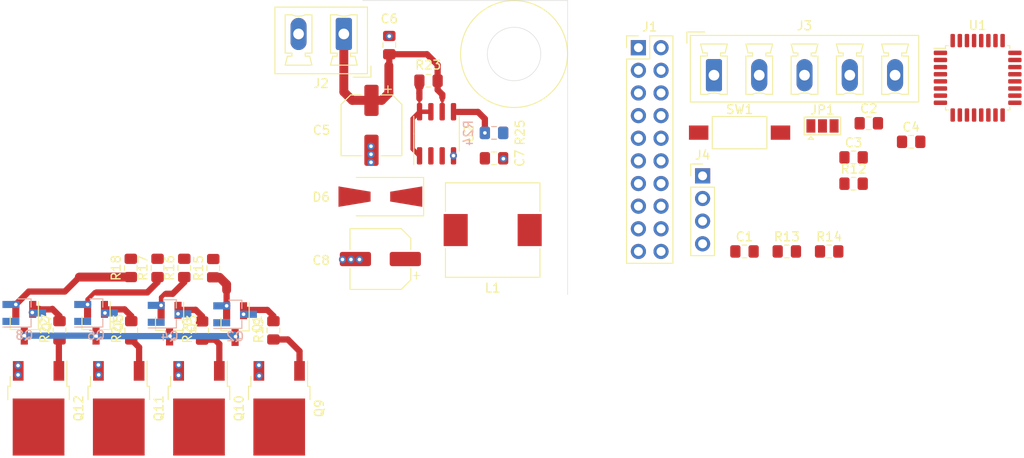
<source format=kicad_pcb>
(kicad_pcb (version 20171130) (host pcbnew "(5.1.5)-3")

  (general
    (thickness 1.6)
    (drawings 4)
    (tracks 125)
    (zones 0)
    (modules 44)
    (nets 52)
  )

  (page A4)
  (layers
    (0 F.Cu signal)
    (31 B.Cu signal)
    (32 B.Adhes user)
    (33 F.Adhes user)
    (34 B.Paste user)
    (35 F.Paste user)
    (36 B.SilkS user)
    (37 F.SilkS user)
    (38 B.Mask user)
    (39 F.Mask user)
    (40 Dwgs.User user)
    (41 Cmts.User user)
    (42 Eco1.User user)
    (43 Eco2.User user)
    (44 Edge.Cuts user)
    (45 Margin user)
    (46 B.CrtYd user)
    (47 F.CrtYd user)
    (48 B.Fab user hide)
    (49 F.Fab user hide)
  )

  (setup
    (last_trace_width 0.5)
    (user_trace_width 0.5)
    (user_trace_width 0.7)
    (user_trace_width 1)
    (user_trace_width 1.5)
    (user_trace_width 2)
    (trace_clearance 0.2)
    (zone_clearance 0.508)
    (zone_45_only no)
    (trace_min 0.2)
    (via_size 0.8)
    (via_drill 0.4)
    (via_min_size 0.4)
    (via_min_drill 0.3)
    (uvia_size 0.3)
    (uvia_drill 0.1)
    (uvias_allowed no)
    (uvia_min_size 0.2)
    (uvia_min_drill 0.1)
    (edge_width 0.05)
    (segment_width 0.2)
    (pcb_text_width 0.3)
    (pcb_text_size 1.5 1.5)
    (mod_edge_width 0.12)
    (mod_text_size 1 1)
    (mod_text_width 0.15)
    (pad_size 1.15 1.4)
    (pad_drill 0)
    (pad_to_mask_clearance 0.051)
    (solder_mask_min_width 0.25)
    (aux_axis_origin 0 0)
    (visible_elements 7FFFFFFF)
    (pcbplotparams
      (layerselection 0x010fc_ffffffff)
      (usegerberextensions false)
      (usegerberattributes false)
      (usegerberadvancedattributes false)
      (creategerberjobfile false)
      (excludeedgelayer true)
      (linewidth 0.100000)
      (plotframeref false)
      (viasonmask false)
      (mode 1)
      (useauxorigin false)
      (hpglpennumber 1)
      (hpglpenspeed 20)
      (hpglpendiameter 15.000000)
      (psnegative false)
      (psa4output false)
      (plotreference true)
      (plotvalue true)
      (plotinvisibletext false)
      (padsonsilk false)
      (subtractmaskfromsilk false)
      (outputformat 1)
      (mirror false)
      (drillshape 1)
      (scaleselection 1)
      (outputdirectory ""))
  )

  (net 0 "")
  (net 1 VDD)
  (net 2 VSS)
  (net 3 "Net-(C7-Pad1)")
  (net 4 "Net-(D6-Pad1)")
  (net 5 "Net-(Q1-Pad1)")
  (net 6 "Net-(Q1-Pad2)")
  (net 7 "Net-(Q3-Pad1)")
  (net 8 "Net-(Q3-Pad2)")
  (net 9 "Net-(Q5-Pad1)")
  (net 10 "Net-(Q5-Pad2)")
  (net 11 "Net-(Q7-Pad1)")
  (net 12 "Net-(Q7-Pad2)")
  (net 13 "Net-(Q9-Pad1)")
  (net 14 "Net-(Q10-Pad1)")
  (net 15 "Net-(Q11-Pad1)")
  (net 16 "Net-(Q12-Pad1)")
  (net 17 PWM_CH1)
  (net 18 PWM_CH2)
  (net 19 PWM_CH3)
  (net 20 PWM_CH4)
  (net 21 "Net-(R23-Pad1)")
  (net 22 "Net-(R24-Pad2)")
  (net 23 +12V)
  (net 24 "Net-(C4-Pad1)")
  (net 25 I2C_SDA)
  (net 26 I2C_CLK)
  (net 27 SEG1)
  (net 28 SEG2)
  (net 29 SEG3)
  (net 30 SEG4)
  (net 31 SEG5)
  (net 32 SEG6)
  (net 33 SEG7)
  (net 34 SWCLK)
  (net 35 SWDIO)
  (net 36 ENC2)
  (net 37 ENC1)
  (net 38 LED_RED)
  (net 39 LED_BLUE)
  (net 40 LED_GREEN)
  (net 41 BUTTON0_EXT_IRQ)
  (net 42 BUTTON1_EXT_IRQ)
  (net 43 CH4)
  (net 44 CH3)
  (net 45 CH2)
  (net 46 CH1)
  (net 47 "Net-(JP1-Pad2)")
  (net 48 BOOT0)
  (net 49 "Net-(U1-Pad26)")
  (net 50 UART_RX)
  (net 51 UART_TX)

  (net_class Default "Это класс цепей по умолчанию."
    (clearance 0.2)
    (trace_width 0.25)
    (via_dia 0.8)
    (via_drill 0.4)
    (uvia_dia 0.3)
    (uvia_drill 0.1)
    (add_net +12V)
    (add_net BOOT0)
    (add_net BUTTON0_EXT_IRQ)
    (add_net BUTTON1_EXT_IRQ)
    (add_net CH1)
    (add_net CH2)
    (add_net CH3)
    (add_net CH4)
    (add_net ENC1)
    (add_net ENC2)
    (add_net I2C_CLK)
    (add_net I2C_SDA)
    (add_net LED_BLUE)
    (add_net LED_GREEN)
    (add_net LED_RED)
    (add_net "Net-(C4-Pad1)")
    (add_net "Net-(C7-Pad1)")
    (add_net "Net-(D6-Pad1)")
    (add_net "Net-(JP1-Pad2)")
    (add_net "Net-(Q1-Pad1)")
    (add_net "Net-(Q1-Pad2)")
    (add_net "Net-(Q10-Pad1)")
    (add_net "Net-(Q11-Pad1)")
    (add_net "Net-(Q12-Pad1)")
    (add_net "Net-(Q3-Pad1)")
    (add_net "Net-(Q3-Pad2)")
    (add_net "Net-(Q5-Pad1)")
    (add_net "Net-(Q5-Pad2)")
    (add_net "Net-(Q7-Pad1)")
    (add_net "Net-(Q7-Pad2)")
    (add_net "Net-(Q9-Pad1)")
    (add_net "Net-(R23-Pad1)")
    (add_net "Net-(R24-Pad2)")
    (add_net "Net-(U1-Pad26)")
    (add_net PWM_CH1)
    (add_net PWM_CH2)
    (add_net PWM_CH3)
    (add_net PWM_CH4)
    (add_net SEG1)
    (add_net SEG2)
    (add_net SEG3)
    (add_net SEG4)
    (add_net SEG5)
    (add_net SEG6)
    (add_net SEG7)
    (add_net SWCLK)
    (add_net SWDIO)
    (add_net UART_RX)
    (add_net UART_TX)
    (add_net VDD)
    (add_net VSS)
  )

  (module Package_QFP:LQFP-32_7x7mm_P0.8mm (layer F.Cu) (tedit 5D9F72AF) (tstamp 5FAE13D6)
    (at 143.01 125.67)
    (descr "LQFP, 32 Pin (https://www.nxp.com/docs/en/package-information/SOT358-1.pdf), generated with kicad-footprint-generator ipc_gullwing_generator.py")
    (tags "LQFP QFP")
    (path /5F50DD5E)
    (attr smd)
    (fp_text reference U1 (at 0 -5.88) (layer F.SilkS)
      (effects (font (size 1 1) (thickness 0.15)))
    )
    (fp_text value STM32F030K6Tx (at 0 5.88) (layer F.Fab)
      (effects (font (size 1 1) (thickness 0.15)))
    )
    (fp_text user %R (at 0 0) (layer F.Fab)
      (effects (font (size 1 1) (thickness 0.15)))
    )
    (fp_line (start 5.18 3.3) (end 5.18 0) (layer F.CrtYd) (width 0.05))
    (fp_line (start 3.75 3.3) (end 5.18 3.3) (layer F.CrtYd) (width 0.05))
    (fp_line (start 3.75 3.75) (end 3.75 3.3) (layer F.CrtYd) (width 0.05))
    (fp_line (start 3.3 3.75) (end 3.75 3.75) (layer F.CrtYd) (width 0.05))
    (fp_line (start 3.3 5.18) (end 3.3 3.75) (layer F.CrtYd) (width 0.05))
    (fp_line (start 0 5.18) (end 3.3 5.18) (layer F.CrtYd) (width 0.05))
    (fp_line (start -5.18 3.3) (end -5.18 0) (layer F.CrtYd) (width 0.05))
    (fp_line (start -3.75 3.3) (end -5.18 3.3) (layer F.CrtYd) (width 0.05))
    (fp_line (start -3.75 3.75) (end -3.75 3.3) (layer F.CrtYd) (width 0.05))
    (fp_line (start -3.3 3.75) (end -3.75 3.75) (layer F.CrtYd) (width 0.05))
    (fp_line (start -3.3 5.18) (end -3.3 3.75) (layer F.CrtYd) (width 0.05))
    (fp_line (start 0 5.18) (end -3.3 5.18) (layer F.CrtYd) (width 0.05))
    (fp_line (start 5.18 -3.3) (end 5.18 0) (layer F.CrtYd) (width 0.05))
    (fp_line (start 3.75 -3.3) (end 5.18 -3.3) (layer F.CrtYd) (width 0.05))
    (fp_line (start 3.75 -3.75) (end 3.75 -3.3) (layer F.CrtYd) (width 0.05))
    (fp_line (start 3.3 -3.75) (end 3.75 -3.75) (layer F.CrtYd) (width 0.05))
    (fp_line (start 3.3 -5.18) (end 3.3 -3.75) (layer F.CrtYd) (width 0.05))
    (fp_line (start 0 -5.18) (end 3.3 -5.18) (layer F.CrtYd) (width 0.05))
    (fp_line (start -5.18 -3.3) (end -5.18 0) (layer F.CrtYd) (width 0.05))
    (fp_line (start -3.75 -3.3) (end -5.18 -3.3) (layer F.CrtYd) (width 0.05))
    (fp_line (start -3.75 -3.75) (end -3.75 -3.3) (layer F.CrtYd) (width 0.05))
    (fp_line (start -3.3 -3.75) (end -3.75 -3.75) (layer F.CrtYd) (width 0.05))
    (fp_line (start -3.3 -5.18) (end -3.3 -3.75) (layer F.CrtYd) (width 0.05))
    (fp_line (start 0 -5.18) (end -3.3 -5.18) (layer F.CrtYd) (width 0.05))
    (fp_line (start -3.5 -2.5) (end -2.5 -3.5) (layer F.Fab) (width 0.1))
    (fp_line (start -3.5 3.5) (end -3.5 -2.5) (layer F.Fab) (width 0.1))
    (fp_line (start 3.5 3.5) (end -3.5 3.5) (layer F.Fab) (width 0.1))
    (fp_line (start 3.5 -3.5) (end 3.5 3.5) (layer F.Fab) (width 0.1))
    (fp_line (start -2.5 -3.5) (end 3.5 -3.5) (layer F.Fab) (width 0.1))
    (fp_line (start -3.61 -3.31) (end -4.925 -3.31) (layer F.SilkS) (width 0.12))
    (fp_line (start -3.61 -3.61) (end -3.61 -3.31) (layer F.SilkS) (width 0.12))
    (fp_line (start -3.31 -3.61) (end -3.61 -3.61) (layer F.SilkS) (width 0.12))
    (fp_line (start 3.61 -3.61) (end 3.61 -3.31) (layer F.SilkS) (width 0.12))
    (fp_line (start 3.31 -3.61) (end 3.61 -3.61) (layer F.SilkS) (width 0.12))
    (fp_line (start -3.61 3.61) (end -3.61 3.31) (layer F.SilkS) (width 0.12))
    (fp_line (start -3.31 3.61) (end -3.61 3.61) (layer F.SilkS) (width 0.12))
    (fp_line (start 3.61 3.61) (end 3.61 3.31) (layer F.SilkS) (width 0.12))
    (fp_line (start 3.31 3.61) (end 3.61 3.61) (layer F.SilkS) (width 0.12))
    (pad 32 smd roundrect (at -2.8 -4.175) (size 0.5 1.5) (layers F.Cu F.Paste F.Mask) (roundrect_rratio 0.25)
      (net 2 VSS))
    (pad 31 smd roundrect (at -2 -4.175) (size 0.5 1.5) (layers F.Cu F.Paste F.Mask) (roundrect_rratio 0.25)
      (net 48 BOOT0))
    (pad 30 smd roundrect (at -1.2 -4.175) (size 0.5 1.5) (layers F.Cu F.Paste F.Mask) (roundrect_rratio 0.25)
      (net 26 I2C_CLK))
    (pad 29 smd roundrect (at -0.4 -4.175) (size 0.5 1.5) (layers F.Cu F.Paste F.Mask) (roundrect_rratio 0.25)
      (net 25 I2C_SDA))
    (pad 28 smd roundrect (at 0.4 -4.175) (size 0.5 1.5) (layers F.Cu F.Paste F.Mask) (roundrect_rratio 0.25)
      (net 18 PWM_CH2))
    (pad 27 smd roundrect (at 1.2 -4.175) (size 0.5 1.5) (layers F.Cu F.Paste F.Mask) (roundrect_rratio 0.25)
      (net 17 PWM_CH1))
    (pad 26 smd roundrect (at 2 -4.175) (size 0.5 1.5) (layers F.Cu F.Paste F.Mask) (roundrect_rratio 0.25)
      (net 49 "Net-(U1-Pad26)"))
    (pad 25 smd roundrect (at 2.8 -4.175) (size 0.5 1.5) (layers F.Cu F.Paste F.Mask) (roundrect_rratio 0.25)
      (net 33 SEG7))
    (pad 24 smd roundrect (at 4.175 -2.8) (size 1.5 0.5) (layers F.Cu F.Paste F.Mask) (roundrect_rratio 0.25)
      (net 34 SWCLK))
    (pad 23 smd roundrect (at 4.175 -2) (size 1.5 0.5) (layers F.Cu F.Paste F.Mask) (roundrect_rratio 0.25)
      (net 35 SWDIO))
    (pad 22 smd roundrect (at 4.175 -1.2) (size 1.5 0.5) (layers F.Cu F.Paste F.Mask) (roundrect_rratio 0.25)
      (net 32 SEG6))
    (pad 21 smd roundrect (at 4.175 -0.4) (size 1.5 0.5) (layers F.Cu F.Paste F.Mask) (roundrect_rratio 0.25)
      (net 31 SEG5))
    (pad 20 smd roundrect (at 4.175 0.4) (size 1.5 0.5) (layers F.Cu F.Paste F.Mask) (roundrect_rratio 0.25)
      (net 30 SEG4))
    (pad 19 smd roundrect (at 4.175 1.2) (size 1.5 0.5) (layers F.Cu F.Paste F.Mask) (roundrect_rratio 0.25)
      (net 36 ENC2))
    (pad 18 smd roundrect (at 4.175 2) (size 1.5 0.5) (layers F.Cu F.Paste F.Mask) (roundrect_rratio 0.25)
      (net 37 ENC1))
    (pad 17 smd roundrect (at 4.175 2.8) (size 1.5 0.5) (layers F.Cu F.Paste F.Mask) (roundrect_rratio 0.25)
      (net 1 VDD))
    (pad 16 smd roundrect (at 2.8 4.175) (size 0.5 1.5) (layers F.Cu F.Paste F.Mask) (roundrect_rratio 0.25)
      (net 2 VSS))
    (pad 15 smd roundrect (at 2 4.175) (size 0.5 1.5) (layers F.Cu F.Paste F.Mask) (roundrect_rratio 0.25)
      (net 20 PWM_CH4))
    (pad 14 smd roundrect (at 1.2 4.175) (size 0.5 1.5) (layers F.Cu F.Paste F.Mask) (roundrect_rratio 0.25)
      (net 19 PWM_CH3))
    (pad 13 smd roundrect (at 0.4 4.175) (size 0.5 1.5) (layers F.Cu F.Paste F.Mask) (roundrect_rratio 0.25)
      (net 38 LED_RED))
    (pad 12 smd roundrect (at -0.4 4.175) (size 0.5 1.5) (layers F.Cu F.Paste F.Mask) (roundrect_rratio 0.25)
      (net 39 LED_BLUE))
    (pad 11 smd roundrect (at -1.2 4.175) (size 0.5 1.5) (layers F.Cu F.Paste F.Mask) (roundrect_rratio 0.25)
      (net 29 SEG3))
    (pad 10 smd roundrect (at -2 4.175) (size 0.5 1.5) (layers F.Cu F.Paste F.Mask) (roundrect_rratio 0.25)
      (net 40 LED_GREEN))
    (pad 9 smd roundrect (at -2.8 4.175) (size 0.5 1.5) (layers F.Cu F.Paste F.Mask) (roundrect_rratio 0.25)
      (net 50 UART_RX))
    (pad 8 smd roundrect (at -4.175 2.8) (size 1.5 0.5) (layers F.Cu F.Paste F.Mask) (roundrect_rratio 0.25)
      (net 51 UART_TX))
    (pad 7 smd roundrect (at -4.175 2) (size 1.5 0.5) (layers F.Cu F.Paste F.Mask) (roundrect_rratio 0.25)
      (net 28 SEG2))
    (pad 6 smd roundrect (at -4.175 1.2) (size 1.5 0.5) (layers F.Cu F.Paste F.Mask) (roundrect_rratio 0.25)
      (net 27 SEG1))
    (pad 5 smd roundrect (at -4.175 0.4) (size 1.5 0.5) (layers F.Cu F.Paste F.Mask) (roundrect_rratio 0.25)
      (net 1 VDD))
    (pad 4 smd roundrect (at -4.175 -0.4) (size 1.5 0.5) (layers F.Cu F.Paste F.Mask) (roundrect_rratio 0.25)
      (net 24 "Net-(C4-Pad1)"))
    (pad 3 smd roundrect (at -4.175 -1.2) (size 1.5 0.5) (layers F.Cu F.Paste F.Mask) (roundrect_rratio 0.25)
      (net 42 BUTTON1_EXT_IRQ))
    (pad 2 smd roundrect (at -4.175 -2) (size 1.5 0.5) (layers F.Cu F.Paste F.Mask) (roundrect_rratio 0.25)
      (net 41 BUTTON0_EXT_IRQ))
    (pad 1 smd roundrect (at -4.175 -2.8) (size 1.5 0.5) (layers F.Cu F.Paste F.Mask) (roundrect_rratio 0.25)
      (net 1 VDD))
    (model ${KISYS3DMOD}/Package_QFP.3dshapes/LQFP-32_7x7mm_P0.8mm.wrl
      (at (xyz 0 0 0))
      (scale (xyz 1 1 1))
      (rotate (xyz 0 0 0))
    )
  )

  (module Button_Switch_SMD:SW_SPST_FSMSM (layer F.Cu) (tedit 5A02FC95) (tstamp 5FAE138B)
    (at 116.3 131.82)
    (descr http://www.te.com/commerce/DocumentDelivery/DDEController?Action=srchrtrv&DocNm=1437566-3&DocType=Customer+Drawing&DocLang=English)
    (tags "SPST button tactile switch")
    (path /5F9D4C1C)
    (attr smd)
    (fp_text reference SW1 (at 0 -2.6) (layer F.SilkS)
      (effects (font (size 1 1) (thickness 0.15)))
    )
    (fp_text value SW_Push (at 0 3) (layer F.Fab)
      (effects (font (size 1 1) (thickness 0.15)))
    )
    (fp_line (start -5.95 -2) (end 5.95 -2) (layer F.CrtYd) (width 0.05))
    (fp_line (start -5.95 -2) (end -5.95 2) (layer F.CrtYd) (width 0.05))
    (fp_line (start 3 -1.75) (end 3 1.75) (layer F.Fab) (width 0.1))
    (fp_line (start -3 -1.75) (end -3 1.75) (layer F.Fab) (width 0.1))
    (fp_line (start -3 -1.75) (end 3 -1.75) (layer F.Fab) (width 0.1))
    (fp_line (start -3 1.75) (end 3 1.75) (layer F.Fab) (width 0.1))
    (fp_line (start 5.95 -2) (end 5.95 2) (layer F.CrtYd) (width 0.05))
    (fp_line (start -5.95 2) (end 5.95 2) (layer F.CrtYd) (width 0.05))
    (fp_line (start -1.5 -0.8) (end -1.5 0.8) (layer F.Fab) (width 0.1))
    (fp_line (start 1.5 -0.8) (end 1.5 0.8) (layer F.Fab) (width 0.1))
    (fp_line (start -1.5 -0.8) (end 1.5 -0.8) (layer F.Fab) (width 0.1))
    (fp_line (start -1.5 0.8) (end 1.5 0.8) (layer F.Fab) (width 0.1))
    (fp_line (start -3.06 1.81) (end -3.06 -1.81) (layer F.SilkS) (width 0.12))
    (fp_line (start 3.06 1.81) (end -3.06 1.81) (layer F.SilkS) (width 0.12))
    (fp_line (start 3.06 -1.81) (end 3.06 1.81) (layer F.SilkS) (width 0.12))
    (fp_line (start -3.06 -1.81) (end 3.06 -1.81) (layer F.SilkS) (width 0.12))
    (fp_line (start -1.75 1) (end -1.75 -1) (layer F.Fab) (width 0.1))
    (fp_line (start 1.75 1) (end -1.75 1) (layer F.Fab) (width 0.1))
    (fp_line (start 1.75 -1) (end 1.75 1) (layer F.Fab) (width 0.1))
    (fp_line (start -1.75 -1) (end 1.75 -1) (layer F.Fab) (width 0.1))
    (fp_text user %R (at 0 -2.6) (layer F.Fab)
      (effects (font (size 1 1) (thickness 0.15)))
    )
    (pad 2 smd rect (at 4.59 0) (size 2.18 1.6) (layers F.Cu F.Paste F.Mask)
      (net 24 "Net-(C4-Pad1)"))
    (pad 1 smd rect (at -4.59 0) (size 2.18 1.6) (layers F.Cu F.Paste F.Mask)
      (net 2 VSS))
    (model ${KISYS3DMOD}/Button_Switch_SMD.3dshapes/SW_SPST_FSMSM.wrl
      (at (xyz 0 0 0))
      (scale (xyz 1 1 1))
      (rotate (xyz 0 0 0))
    )
  )

  (module Resistor_SMD:R_0805_2012Metric_Pad1.15x1.40mm_HandSolder (layer F.Cu) (tedit 5B36C52B) (tstamp 5FAE1210)
    (at 126.35 145.15)
    (descr "Resistor SMD 0805 (2012 Metric), square (rectangular) end terminal, IPC_7351 nominal with elongated pad for handsoldering. (Body size source: https://docs.google.com/spreadsheets/d/1BsfQQcO9C6DZCsRaXUlFlo91Tg2WpOkGARC1WS5S8t0/edit?usp=sharing), generated with kicad-footprint-generator")
    (tags "resistor handsolder")
    (path /5F92397D)
    (attr smd)
    (fp_text reference R14 (at 0 -1.65) (layer F.SilkS)
      (effects (font (size 1 1) (thickness 0.15)))
    )
    (fp_text value 1k (at 0 1.65) (layer F.Fab)
      (effects (font (size 1 1) (thickness 0.15)))
    )
    (fp_text user %R (at 0 0) (layer F.Fab)
      (effects (font (size 0.5 0.5) (thickness 0.08)))
    )
    (fp_line (start 1.85 0.95) (end -1.85 0.95) (layer F.CrtYd) (width 0.05))
    (fp_line (start 1.85 -0.95) (end 1.85 0.95) (layer F.CrtYd) (width 0.05))
    (fp_line (start -1.85 -0.95) (end 1.85 -0.95) (layer F.CrtYd) (width 0.05))
    (fp_line (start -1.85 0.95) (end -1.85 -0.95) (layer F.CrtYd) (width 0.05))
    (fp_line (start -0.261252 0.71) (end 0.261252 0.71) (layer F.SilkS) (width 0.12))
    (fp_line (start -0.261252 -0.71) (end 0.261252 -0.71) (layer F.SilkS) (width 0.12))
    (fp_line (start 1 0.6) (end -1 0.6) (layer F.Fab) (width 0.1))
    (fp_line (start 1 -0.6) (end 1 0.6) (layer F.Fab) (width 0.1))
    (fp_line (start -1 -0.6) (end 1 -0.6) (layer F.Fab) (width 0.1))
    (fp_line (start -1 0.6) (end -1 -0.6) (layer F.Fab) (width 0.1))
    (pad 2 smd roundrect (at 1.025 0) (size 1.15 1.4) (layers F.Cu F.Paste F.Mask) (roundrect_rratio 0.217391)
      (net 1 VDD))
    (pad 1 smd roundrect (at -1.025 0) (size 1.15 1.4) (layers F.Cu F.Paste F.Mask) (roundrect_rratio 0.217391)
      (net 25 I2C_SDA))
    (model ${KISYS3DMOD}/Resistor_SMD.3dshapes/R_0805_2012Metric.wrl
      (at (xyz 0 0 0))
      (scale (xyz 1 1 1))
      (rotate (xyz 0 0 0))
    )
  )

  (module Resistor_SMD:R_0805_2012Metric_Pad1.15x1.40mm_HandSolder (layer F.Cu) (tedit 5B36C52B) (tstamp 5FAE11FF)
    (at 121.6 145.15)
    (descr "Resistor SMD 0805 (2012 Metric), square (rectangular) end terminal, IPC_7351 nominal with elongated pad for handsoldering. (Body size source: https://docs.google.com/spreadsheets/d/1BsfQQcO9C6DZCsRaXUlFlo91Tg2WpOkGARC1WS5S8t0/edit?usp=sharing), generated with kicad-footprint-generator")
    (tags "resistor handsolder")
    (path /5F922AEA)
    (attr smd)
    (fp_text reference R13 (at 0 -1.65) (layer F.SilkS)
      (effects (font (size 1 1) (thickness 0.15)))
    )
    (fp_text value 1k (at 0 1.65) (layer F.Fab)
      (effects (font (size 1 1) (thickness 0.15)))
    )
    (fp_text user %R (at 0 0) (layer F.Fab)
      (effects (font (size 0.5 0.5) (thickness 0.08)))
    )
    (fp_line (start 1.85 0.95) (end -1.85 0.95) (layer F.CrtYd) (width 0.05))
    (fp_line (start 1.85 -0.95) (end 1.85 0.95) (layer F.CrtYd) (width 0.05))
    (fp_line (start -1.85 -0.95) (end 1.85 -0.95) (layer F.CrtYd) (width 0.05))
    (fp_line (start -1.85 0.95) (end -1.85 -0.95) (layer F.CrtYd) (width 0.05))
    (fp_line (start -0.261252 0.71) (end 0.261252 0.71) (layer F.SilkS) (width 0.12))
    (fp_line (start -0.261252 -0.71) (end 0.261252 -0.71) (layer F.SilkS) (width 0.12))
    (fp_line (start 1 0.6) (end -1 0.6) (layer F.Fab) (width 0.1))
    (fp_line (start 1 -0.6) (end 1 0.6) (layer F.Fab) (width 0.1))
    (fp_line (start -1 -0.6) (end 1 -0.6) (layer F.Fab) (width 0.1))
    (fp_line (start -1 0.6) (end -1 -0.6) (layer F.Fab) (width 0.1))
    (pad 2 smd roundrect (at 1.025 0) (size 1.15 1.4) (layers F.Cu F.Paste F.Mask) (roundrect_rratio 0.217391)
      (net 1 VDD))
    (pad 1 smd roundrect (at -1.025 0) (size 1.15 1.4) (layers F.Cu F.Paste F.Mask) (roundrect_rratio 0.217391)
      (net 26 I2C_CLK))
    (model ${KISYS3DMOD}/Resistor_SMD.3dshapes/R_0805_2012Metric.wrl
      (at (xyz 0 0 0))
      (scale (xyz 1 1 1))
      (rotate (xyz 0 0 0))
    )
  )

  (module Resistor_SMD:R_0805_2012Metric_Pad1.15x1.40mm_HandSolder (layer F.Cu) (tedit 5B36C52B) (tstamp 5FAE11EE)
    (at 129.09 137.55)
    (descr "Resistor SMD 0805 (2012 Metric), square (rectangular) end terminal, IPC_7351 nominal with elongated pad for handsoldering. (Body size source: https://docs.google.com/spreadsheets/d/1BsfQQcO9C6DZCsRaXUlFlo91Tg2WpOkGARC1WS5S8t0/edit?usp=sharing), generated with kicad-footprint-generator")
    (tags "resistor handsolder")
    (path /5F9C6817)
    (attr smd)
    (fp_text reference R12 (at 0 -1.65) (layer F.SilkS)
      (effects (font (size 1 1) (thickness 0.15)))
    )
    (fp_text value 10k (at 0 1.65) (layer F.Fab)
      (effects (font (size 1 1) (thickness 0.15)))
    )
    (fp_text user %R (at 0 0) (layer F.Fab)
      (effects (font (size 0.5 0.5) (thickness 0.08)))
    )
    (fp_line (start 1.85 0.95) (end -1.85 0.95) (layer F.CrtYd) (width 0.05))
    (fp_line (start 1.85 -0.95) (end 1.85 0.95) (layer F.CrtYd) (width 0.05))
    (fp_line (start -1.85 -0.95) (end 1.85 -0.95) (layer F.CrtYd) (width 0.05))
    (fp_line (start -1.85 0.95) (end -1.85 -0.95) (layer F.CrtYd) (width 0.05))
    (fp_line (start -0.261252 0.71) (end 0.261252 0.71) (layer F.SilkS) (width 0.12))
    (fp_line (start -0.261252 -0.71) (end 0.261252 -0.71) (layer F.SilkS) (width 0.12))
    (fp_line (start 1 0.6) (end -1 0.6) (layer F.Fab) (width 0.1))
    (fp_line (start 1 -0.6) (end 1 0.6) (layer F.Fab) (width 0.1))
    (fp_line (start -1 -0.6) (end 1 -0.6) (layer F.Fab) (width 0.1))
    (fp_line (start -1 0.6) (end -1 -0.6) (layer F.Fab) (width 0.1))
    (pad 2 smd roundrect (at 1.025 0) (size 1.15 1.4) (layers F.Cu F.Paste F.Mask) (roundrect_rratio 0.217391)
      (net 48 BOOT0))
    (pad 1 smd roundrect (at -1.025 0) (size 1.15 1.4) (layers F.Cu F.Paste F.Mask) (roundrect_rratio 0.217391)
      (net 47 "Net-(JP1-Pad2)"))
    (model ${KISYS3DMOD}/Resistor_SMD.3dshapes/R_0805_2012Metric.wrl
      (at (xyz 0 0 0))
      (scale (xyz 1 1 1))
      (rotate (xyz 0 0 0))
    )
  )

  (module Jumper:SolderJumper-3_P1.3mm_Open_Pad1.0x1.5mm (layer F.Cu) (tedit 5A3F8BB2) (tstamp 5FAE0F55)
    (at 125.6 131.07)
    (descr "SMD Solder 3-pad Jumper, 1x1.5mm Pads, 0.3mm gap, open")
    (tags "solder jumper open")
    (path /5F51DF74)
    (attr virtual)
    (fp_text reference JP1 (at 0 -1.8) (layer F.SilkS)
      (effects (font (size 1 1) (thickness 0.15)))
    )
    (fp_text value Jumper_3_Open (at 0 2) (layer F.Fab)
      (effects (font (size 1 1) (thickness 0.15)))
    )
    (fp_line (start 2.3 1.25) (end -2.3 1.25) (layer F.CrtYd) (width 0.05))
    (fp_line (start 2.3 1.25) (end 2.3 -1.25) (layer F.CrtYd) (width 0.05))
    (fp_line (start -2.3 -1.25) (end -2.3 1.25) (layer F.CrtYd) (width 0.05))
    (fp_line (start -2.3 -1.25) (end 2.3 -1.25) (layer F.CrtYd) (width 0.05))
    (fp_line (start -2.05 -1) (end 2.05 -1) (layer F.SilkS) (width 0.12))
    (fp_line (start 2.05 -1) (end 2.05 1) (layer F.SilkS) (width 0.12))
    (fp_line (start 2.05 1) (end -2.05 1) (layer F.SilkS) (width 0.12))
    (fp_line (start -2.05 1) (end -2.05 -1) (layer F.SilkS) (width 0.12))
    (fp_line (start -1.3 1.2) (end -1.6 1.5) (layer F.SilkS) (width 0.12))
    (fp_line (start -1.6 1.5) (end -1 1.5) (layer F.SilkS) (width 0.12))
    (fp_line (start -1.3 1.2) (end -1 1.5) (layer F.SilkS) (width 0.12))
    (pad 1 smd rect (at -1.3 0) (size 1 1.5) (layers F.Cu F.Mask)
      (net 1 VDD))
    (pad 2 smd rect (at 0 0) (size 1 1.5) (layers F.Cu F.Mask)
      (net 47 "Net-(JP1-Pad2)"))
    (pad 3 smd rect (at 1.3 0) (size 1 1.5) (layers F.Cu F.Mask)
      (net 2 VSS))
  )

  (module Connector_PinHeader_2.54mm:PinHeader_1x04_P2.54mm_Vertical (layer F.Cu) (tedit 59FED5CC) (tstamp 5FAE0F43)
    (at 112.15 136.67)
    (descr "Through hole straight pin header, 1x04, 2.54mm pitch, single row")
    (tags "Through hole pin header THT 1x04 2.54mm single row")
    (path /5F90D7C5)
    (fp_text reference J4 (at 0 -2.33) (layer F.SilkS)
      (effects (font (size 1 1) (thickness 0.15)))
    )
    (fp_text value "I2C для штук" (at 0 9.95) (layer F.Fab)
      (effects (font (size 1 1) (thickness 0.15)))
    )
    (fp_text user %R (at 0 3.81 90) (layer F.Fab)
      (effects (font (size 1 1) (thickness 0.15)))
    )
    (fp_line (start 1.8 -1.8) (end -1.8 -1.8) (layer F.CrtYd) (width 0.05))
    (fp_line (start 1.8 9.4) (end 1.8 -1.8) (layer F.CrtYd) (width 0.05))
    (fp_line (start -1.8 9.4) (end 1.8 9.4) (layer F.CrtYd) (width 0.05))
    (fp_line (start -1.8 -1.8) (end -1.8 9.4) (layer F.CrtYd) (width 0.05))
    (fp_line (start -1.33 -1.33) (end 0 -1.33) (layer F.SilkS) (width 0.12))
    (fp_line (start -1.33 0) (end -1.33 -1.33) (layer F.SilkS) (width 0.12))
    (fp_line (start -1.33 1.27) (end 1.33 1.27) (layer F.SilkS) (width 0.12))
    (fp_line (start 1.33 1.27) (end 1.33 8.95) (layer F.SilkS) (width 0.12))
    (fp_line (start -1.33 1.27) (end -1.33 8.95) (layer F.SilkS) (width 0.12))
    (fp_line (start -1.33 8.95) (end 1.33 8.95) (layer F.SilkS) (width 0.12))
    (fp_line (start -1.27 -0.635) (end -0.635 -1.27) (layer F.Fab) (width 0.1))
    (fp_line (start -1.27 8.89) (end -1.27 -0.635) (layer F.Fab) (width 0.1))
    (fp_line (start 1.27 8.89) (end -1.27 8.89) (layer F.Fab) (width 0.1))
    (fp_line (start 1.27 -1.27) (end 1.27 8.89) (layer F.Fab) (width 0.1))
    (fp_line (start -0.635 -1.27) (end 1.27 -1.27) (layer F.Fab) (width 0.1))
    (pad 4 thru_hole oval (at 0 7.62) (size 1.7 1.7) (drill 1) (layers *.Cu *.Mask)
      (net 26 I2C_CLK))
    (pad 3 thru_hole oval (at 0 5.08) (size 1.7 1.7) (drill 1) (layers *.Cu *.Mask)
      (net 2 VSS))
    (pad 2 thru_hole oval (at 0 2.54) (size 1.7 1.7) (drill 1) (layers *.Cu *.Mask)
      (net 1 VDD))
    (pad 1 thru_hole rect (at 0 0) (size 1.7 1.7) (drill 1) (layers *.Cu *.Mask)
      (net 25 I2C_SDA))
    (model ${KISYS3DMOD}/Connector_PinHeader_2.54mm.3dshapes/PinHeader_1x04_P2.54mm_Vertical.wrl
      (at (xyz 0 0 0))
      (scale (xyz 1 1 1))
      (rotate (xyz 0 0 0))
    )
  )

  (module Connector_Phoenix_MC_HighVoltage:PhoenixContact_MCV_1,5_5-G-5.08_1x05_P5.08mm_Vertical (layer F.Cu) (tedit 5B784ED3) (tstamp 5FAE0F2B)
    (at 113.425 125.375)
    (descr "Generic Phoenix Contact connector footprint for: MCV_1,5/5-G-5.08; number of pins: 05; pin pitch: 5.08mm; Vertical || order number: 1836325 8A 320V")
    (tags "phoenix_contact connector MCV_01x05_G_5.08mm")
    (path /5FBEDB26)
    (fp_text reference J3 (at 10.16 -5.55) (layer F.SilkS)
      (effects (font (size 1 1) (thickness 0.15)))
    )
    (fp_text value "Выходная клемма" (at 10.16 4.1) (layer F.Fab)
      (effects (font (size 1 1) (thickness 0.15)))
    )
    (fp_text user %R (at 10.16 -3.65) (layer F.Fab)
      (effects (font (size 1 1) (thickness 0.15)))
    )
    (fp_line (start -3.04 -4.85) (end -1.04 -4.85) (layer F.Fab) (width 0.1))
    (fp_line (start -3.04 -3.6) (end -3.04 -4.85) (layer F.Fab) (width 0.1))
    (fp_line (start -3.04 -4.85) (end -1.04 -4.85) (layer F.SilkS) (width 0.12))
    (fp_line (start -3.04 -3.6) (end -3.04 -4.85) (layer F.SilkS) (width 0.12))
    (fp_line (start 23.36 -4.85) (end -3.04 -4.85) (layer F.CrtYd) (width 0.05))
    (fp_line (start 23.36 3.4) (end 23.36 -4.85) (layer F.CrtYd) (width 0.05))
    (fp_line (start -3.04 3.4) (end 23.36 3.4) (layer F.CrtYd) (width 0.05))
    (fp_line (start -3.04 -4.85) (end -3.04 3.4) (layer F.CrtYd) (width 0.05))
    (fp_line (start 21.82 2.15) (end 21.07 2.15) (layer F.SilkS) (width 0.12))
    (fp_line (start 21.82 -2.15) (end 21.82 2.15) (layer F.SilkS) (width 0.12))
    (fp_line (start 21.07 -2.15) (end 21.82 -2.15) (layer F.SilkS) (width 0.12))
    (fp_line (start 21.07 -2.5) (end 21.07 -2.15) (layer F.SilkS) (width 0.12))
    (fp_line (start 21.57 -2.5) (end 21.07 -2.5) (layer F.SilkS) (width 0.12))
    (fp_line (start 21.82 -3.5) (end 21.57 -2.5) (layer F.SilkS) (width 0.12))
    (fp_line (start 18.82 -3.5) (end 21.82 -3.5) (layer F.SilkS) (width 0.12))
    (fp_line (start 19.07 -2.5) (end 18.82 -3.5) (layer F.SilkS) (width 0.12))
    (fp_line (start 19.57 -2.5) (end 19.07 -2.5) (layer F.SilkS) (width 0.12))
    (fp_line (start 19.57 -2.15) (end 19.57 -2.5) (layer F.SilkS) (width 0.12))
    (fp_line (start 18.82 -2.15) (end 19.57 -2.15) (layer F.SilkS) (width 0.12))
    (fp_line (start 18.82 2.15) (end 18.82 -2.15) (layer F.SilkS) (width 0.12))
    (fp_line (start 19.57 2.15) (end 18.82 2.15) (layer F.SilkS) (width 0.12))
    (fp_line (start 16.74 2.15) (end 15.99 2.15) (layer F.SilkS) (width 0.12))
    (fp_line (start 16.74 -2.15) (end 16.74 2.15) (layer F.SilkS) (width 0.12))
    (fp_line (start 15.99 -2.15) (end 16.74 -2.15) (layer F.SilkS) (width 0.12))
    (fp_line (start 15.99 -2.5) (end 15.99 -2.15) (layer F.SilkS) (width 0.12))
    (fp_line (start 16.49 -2.5) (end 15.99 -2.5) (layer F.SilkS) (width 0.12))
    (fp_line (start 16.74 -3.5) (end 16.49 -2.5) (layer F.SilkS) (width 0.12))
    (fp_line (start 13.74 -3.5) (end 16.74 -3.5) (layer F.SilkS) (width 0.12))
    (fp_line (start 13.99 -2.5) (end 13.74 -3.5) (layer F.SilkS) (width 0.12))
    (fp_line (start 14.49 -2.5) (end 13.99 -2.5) (layer F.SilkS) (width 0.12))
    (fp_line (start 14.49 -2.15) (end 14.49 -2.5) (layer F.SilkS) (width 0.12))
    (fp_line (start 13.74 -2.15) (end 14.49 -2.15) (layer F.SilkS) (width 0.12))
    (fp_line (start 13.74 2.15) (end 13.74 -2.15) (layer F.SilkS) (width 0.12))
    (fp_line (start 14.49 2.15) (end 13.74 2.15) (layer F.SilkS) (width 0.12))
    (fp_line (start 11.66 2.15) (end 10.91 2.15) (layer F.SilkS) (width 0.12))
    (fp_line (start 11.66 -2.15) (end 11.66 2.15) (layer F.SilkS) (width 0.12))
    (fp_line (start 10.91 -2.15) (end 11.66 -2.15) (layer F.SilkS) (width 0.12))
    (fp_line (start 10.91 -2.5) (end 10.91 -2.15) (layer F.SilkS) (width 0.12))
    (fp_line (start 11.41 -2.5) (end 10.91 -2.5) (layer F.SilkS) (width 0.12))
    (fp_line (start 11.66 -3.5) (end 11.41 -2.5) (layer F.SilkS) (width 0.12))
    (fp_line (start 8.66 -3.5) (end 11.66 -3.5) (layer F.SilkS) (width 0.12))
    (fp_line (start 8.91 -2.5) (end 8.66 -3.5) (layer F.SilkS) (width 0.12))
    (fp_line (start 9.41 -2.5) (end 8.91 -2.5) (layer F.SilkS) (width 0.12))
    (fp_line (start 9.41 -2.15) (end 9.41 -2.5) (layer F.SilkS) (width 0.12))
    (fp_line (start 8.66 -2.15) (end 9.41 -2.15) (layer F.SilkS) (width 0.12))
    (fp_line (start 8.66 2.15) (end 8.66 -2.15) (layer F.SilkS) (width 0.12))
    (fp_line (start 9.41 2.15) (end 8.66 2.15) (layer F.SilkS) (width 0.12))
    (fp_line (start 6.58 2.15) (end 5.83 2.15) (layer F.SilkS) (width 0.12))
    (fp_line (start 6.58 -2.15) (end 6.58 2.15) (layer F.SilkS) (width 0.12))
    (fp_line (start 5.83 -2.15) (end 6.58 -2.15) (layer F.SilkS) (width 0.12))
    (fp_line (start 5.83 -2.5) (end 5.83 -2.15) (layer F.SilkS) (width 0.12))
    (fp_line (start 6.33 -2.5) (end 5.83 -2.5) (layer F.SilkS) (width 0.12))
    (fp_line (start 6.58 -3.5) (end 6.33 -2.5) (layer F.SilkS) (width 0.12))
    (fp_line (start 3.58 -3.5) (end 6.58 -3.5) (layer F.SilkS) (width 0.12))
    (fp_line (start 3.83 -2.5) (end 3.58 -3.5) (layer F.SilkS) (width 0.12))
    (fp_line (start 4.33 -2.5) (end 3.83 -2.5) (layer F.SilkS) (width 0.12))
    (fp_line (start 4.33 -2.15) (end 4.33 -2.5) (layer F.SilkS) (width 0.12))
    (fp_line (start 3.58 -2.15) (end 4.33 -2.15) (layer F.SilkS) (width 0.12))
    (fp_line (start 3.58 2.15) (end 3.58 -2.15) (layer F.SilkS) (width 0.12))
    (fp_line (start 4.33 2.15) (end 3.58 2.15) (layer F.SilkS) (width 0.12))
    (fp_line (start 1.5 2.15) (end 0.75 2.15) (layer F.SilkS) (width 0.12))
    (fp_line (start 1.5 -2.15) (end 1.5 2.15) (layer F.SilkS) (width 0.12))
    (fp_line (start 0.75 -2.15) (end 1.5 -2.15) (layer F.SilkS) (width 0.12))
    (fp_line (start 0.75 -2.5) (end 0.75 -2.15) (layer F.SilkS) (width 0.12))
    (fp_line (start 1.25 -2.5) (end 0.75 -2.5) (layer F.SilkS) (width 0.12))
    (fp_line (start 1.5 -3.5) (end 1.25 -2.5) (layer F.SilkS) (width 0.12))
    (fp_line (start -1.5 -3.5) (end 1.5 -3.5) (layer F.SilkS) (width 0.12))
    (fp_line (start -1.25 -2.5) (end -1.5 -3.5) (layer F.SilkS) (width 0.12))
    (fp_line (start -0.75 -2.5) (end -1.25 -2.5) (layer F.SilkS) (width 0.12))
    (fp_line (start -0.75 -2.15) (end -0.75 -2.5) (layer F.SilkS) (width 0.12))
    (fp_line (start -1.5 -2.15) (end -0.75 -2.15) (layer F.SilkS) (width 0.12))
    (fp_line (start -1.5 2.15) (end -1.5 -2.15) (layer F.SilkS) (width 0.12))
    (fp_line (start -0.75 2.15) (end -1.5 2.15) (layer F.SilkS) (width 0.12))
    (fp_line (start 22.86 -4.35) (end -2.54 -4.35) (layer F.Fab) (width 0.1))
    (fp_line (start 22.86 2.9) (end 22.86 -4.35) (layer F.Fab) (width 0.1))
    (fp_line (start -2.54 2.9) (end 22.86 2.9) (layer F.Fab) (width 0.1))
    (fp_line (start -2.54 -4.35) (end -2.54 2.9) (layer F.Fab) (width 0.1))
    (fp_line (start 22.97 -4.46) (end -2.65 -4.46) (layer F.SilkS) (width 0.12))
    (fp_line (start 22.97 3.01) (end 22.97 -4.46) (layer F.SilkS) (width 0.12))
    (fp_line (start -2.65 3.01) (end 22.97 3.01) (layer F.SilkS) (width 0.12))
    (fp_line (start -2.65 -4.46) (end -2.65 3.01) (layer F.SilkS) (width 0.12))
    (fp_arc (start 20.32 3.85) (end 19.57 2.15) (angle 47.6) (layer F.SilkS) (width 0.12))
    (fp_arc (start 15.24 3.85) (end 14.49 2.15) (angle 47.6) (layer F.SilkS) (width 0.12))
    (fp_arc (start 10.16 3.85) (end 9.41 2.15) (angle 47.6) (layer F.SilkS) (width 0.12))
    (fp_arc (start 5.08 3.85) (end 4.33 2.15) (angle 47.6) (layer F.SilkS) (width 0.12))
    (fp_arc (start 0 3.85) (end -0.75 2.15) (angle 47.6) (layer F.SilkS) (width 0.12))
    (pad 5 thru_hole oval (at 20.32 0) (size 1.8 3.6) (drill 1.2) (layers *.Cu *.Mask)
      (net 43 CH4))
    (pad 4 thru_hole oval (at 15.24 0) (size 1.8 3.6) (drill 1.2) (layers *.Cu *.Mask)
      (net 44 CH3))
    (pad 3 thru_hole oval (at 10.16 0) (size 1.8 3.6) (drill 1.2) (layers *.Cu *.Mask)
      (net 45 CH2))
    (pad 2 thru_hole oval (at 5.08 0) (size 1.8 3.6) (drill 1.2) (layers *.Cu *.Mask)
      (net 46 CH1))
    (pad 1 thru_hole roundrect (at 0 0) (size 1.8 3.6) (drill 1.2) (layers *.Cu *.Mask) (roundrect_rratio 0.138889)
      (net 23 +12V))
    (model ${KISYS3DMOD}/Connector_Phoenix_MC_HighVoltage.3dshapes/PhoenixContact_MCV_1,5_5-G-5.08_1x05_P5.08mm_Vertical.wrl
      (at (xyz 0 0 0))
      (scale (xyz 1 1 1))
      (rotate (xyz 0 0 0))
    )
  )

  (module Connector_Phoenix_MC_HighVoltage:PhoenixContact_MCV_1,5_2-G-5.08_1x02_P5.08mm_Vertical (layer F.Cu) (tedit 5B784ED3) (tstamp 5FAE0ECB)
    (at 71.9 120.75 180)
    (descr "Generic Phoenix Contact connector footprint for: MCV_1,5/2-G-5.08; number of pins: 02; pin pitch: 5.08mm; Vertical || order number: 1836299 8A 320V")
    (tags "phoenix_contact connector MCV_01x02_G_5.08mm")
    (path /5FBECE10)
    (fp_text reference J2 (at 2.54 -5.55) (layer F.SilkS)
      (effects (font (size 1 1) (thickness 0.15)))
    )
    (fp_text value "Клемма питания" (at 2.54 4.1) (layer F.Fab)
      (effects (font (size 1 1) (thickness 0.15)))
    )
    (fp_text user %R (at 2.54 -3.65) (layer F.Fab)
      (effects (font (size 1 1) (thickness 0.15)))
    )
    (fp_line (start -3.04 -4.85) (end -1.04 -4.85) (layer F.Fab) (width 0.1))
    (fp_line (start -3.04 -3.6) (end -3.04 -4.85) (layer F.Fab) (width 0.1))
    (fp_line (start -3.04 -4.85) (end -1.04 -4.85) (layer F.SilkS) (width 0.12))
    (fp_line (start -3.04 -3.6) (end -3.04 -4.85) (layer F.SilkS) (width 0.12))
    (fp_line (start 8.12 -4.85) (end -3.04 -4.85) (layer F.CrtYd) (width 0.05))
    (fp_line (start 8.12 3.4) (end 8.12 -4.85) (layer F.CrtYd) (width 0.05))
    (fp_line (start -3.04 3.4) (end 8.12 3.4) (layer F.CrtYd) (width 0.05))
    (fp_line (start -3.04 -4.85) (end -3.04 3.4) (layer F.CrtYd) (width 0.05))
    (fp_line (start 6.58 2.15) (end 5.83 2.15) (layer F.SilkS) (width 0.12))
    (fp_line (start 6.58 -2.15) (end 6.58 2.15) (layer F.SilkS) (width 0.12))
    (fp_line (start 5.83 -2.15) (end 6.58 -2.15) (layer F.SilkS) (width 0.12))
    (fp_line (start 5.83 -2.5) (end 5.83 -2.15) (layer F.SilkS) (width 0.12))
    (fp_line (start 6.33 -2.5) (end 5.83 -2.5) (layer F.SilkS) (width 0.12))
    (fp_line (start 6.58 -3.5) (end 6.33 -2.5) (layer F.SilkS) (width 0.12))
    (fp_line (start 3.58 -3.5) (end 6.58 -3.5) (layer F.SilkS) (width 0.12))
    (fp_line (start 3.83 -2.5) (end 3.58 -3.5) (layer F.SilkS) (width 0.12))
    (fp_line (start 4.33 -2.5) (end 3.83 -2.5) (layer F.SilkS) (width 0.12))
    (fp_line (start 4.33 -2.15) (end 4.33 -2.5) (layer F.SilkS) (width 0.12))
    (fp_line (start 3.58 -2.15) (end 4.33 -2.15) (layer F.SilkS) (width 0.12))
    (fp_line (start 3.58 2.15) (end 3.58 -2.15) (layer F.SilkS) (width 0.12))
    (fp_line (start 4.33 2.15) (end 3.58 2.15) (layer F.SilkS) (width 0.12))
    (fp_line (start 1.5 2.15) (end 0.75 2.15) (layer F.SilkS) (width 0.12))
    (fp_line (start 1.5 -2.15) (end 1.5 2.15) (layer F.SilkS) (width 0.12))
    (fp_line (start 0.75 -2.15) (end 1.5 -2.15) (layer F.SilkS) (width 0.12))
    (fp_line (start 0.75 -2.5) (end 0.75 -2.15) (layer F.SilkS) (width 0.12))
    (fp_line (start 1.25 -2.5) (end 0.75 -2.5) (layer F.SilkS) (width 0.12))
    (fp_line (start 1.5 -3.5) (end 1.25 -2.5) (layer F.SilkS) (width 0.12))
    (fp_line (start -1.5 -3.5) (end 1.5 -3.5) (layer F.SilkS) (width 0.12))
    (fp_line (start -1.25 -2.5) (end -1.5 -3.5) (layer F.SilkS) (width 0.12))
    (fp_line (start -0.75 -2.5) (end -1.25 -2.5) (layer F.SilkS) (width 0.12))
    (fp_line (start -0.75 -2.15) (end -0.75 -2.5) (layer F.SilkS) (width 0.12))
    (fp_line (start -1.5 -2.15) (end -0.75 -2.15) (layer F.SilkS) (width 0.12))
    (fp_line (start -1.5 2.15) (end -1.5 -2.15) (layer F.SilkS) (width 0.12))
    (fp_line (start -0.75 2.15) (end -1.5 2.15) (layer F.SilkS) (width 0.12))
    (fp_line (start 7.62 -4.35) (end -2.54 -4.35) (layer F.Fab) (width 0.1))
    (fp_line (start 7.62 2.9) (end 7.62 -4.35) (layer F.Fab) (width 0.1))
    (fp_line (start -2.54 2.9) (end 7.62 2.9) (layer F.Fab) (width 0.1))
    (fp_line (start -2.54 -4.35) (end -2.54 2.9) (layer F.Fab) (width 0.1))
    (fp_line (start 7.73 -4.46) (end -2.65 -4.46) (layer F.SilkS) (width 0.12))
    (fp_line (start 7.73 3.01) (end 7.73 -4.46) (layer F.SilkS) (width 0.12))
    (fp_line (start -2.65 3.01) (end 7.73 3.01) (layer F.SilkS) (width 0.12))
    (fp_line (start -2.65 -4.46) (end -2.65 3.01) (layer F.SilkS) (width 0.12))
    (fp_arc (start 5.08 3.85) (end 4.33 2.15) (angle 47.6) (layer F.SilkS) (width 0.12))
    (fp_arc (start 0 3.85) (end -0.75 2.15) (angle 47.6) (layer F.SilkS) (width 0.12))
    (pad 2 thru_hole oval (at 5.08 0 180) (size 1.8 3.6) (drill 1.2) (layers *.Cu *.Mask)
      (net 2 VSS))
    (pad 1 thru_hole roundrect (at 0 0 180) (size 1.8 3.6) (drill 1.2) (layers *.Cu *.Mask) (roundrect_rratio 0.138889)
      (net 23 +12V))
    (model ${KISYS3DMOD}/Connector_Phoenix_MC_HighVoltage.3dshapes/PhoenixContact_MCV_1,5_2-G-5.08_1x02_P5.08mm_Vertical.wrl
      (at (xyz 0 0 0))
      (scale (xyz 1 1 1))
      (rotate (xyz 0 0 0))
    )
  )

  (module Connector_PinHeader_2.54mm:PinHeader_2x10_P2.54mm_Vertical (layer F.Cu) (tedit 59FED5CC) (tstamp 5FAE0E98)
    (at 104.95 122.29)
    (descr "Through hole straight pin header, 2x10, 2.54mm pitch, double rows")
    (tags "Through hole pin header THT 2x10 2.54mm double row")
    (path /5FBC3C97)
    (fp_text reference J1 (at 1.27 -2.33) (layer F.SilkS)
      (effects (font (size 1 1) (thickness 0.15)))
    )
    (fp_text value Conn_01x20_Male (at 1.27 25.19) (layer F.Fab)
      (effects (font (size 1 1) (thickness 0.15)))
    )
    (fp_text user %R (at 1.27 11.43 90) (layer F.Fab)
      (effects (font (size 1 1) (thickness 0.15)))
    )
    (fp_line (start 4.35 -1.8) (end -1.8 -1.8) (layer F.CrtYd) (width 0.05))
    (fp_line (start 4.35 24.65) (end 4.35 -1.8) (layer F.CrtYd) (width 0.05))
    (fp_line (start -1.8 24.65) (end 4.35 24.65) (layer F.CrtYd) (width 0.05))
    (fp_line (start -1.8 -1.8) (end -1.8 24.65) (layer F.CrtYd) (width 0.05))
    (fp_line (start -1.33 -1.33) (end 0 -1.33) (layer F.SilkS) (width 0.12))
    (fp_line (start -1.33 0) (end -1.33 -1.33) (layer F.SilkS) (width 0.12))
    (fp_line (start 1.27 -1.33) (end 3.87 -1.33) (layer F.SilkS) (width 0.12))
    (fp_line (start 1.27 1.27) (end 1.27 -1.33) (layer F.SilkS) (width 0.12))
    (fp_line (start -1.33 1.27) (end 1.27 1.27) (layer F.SilkS) (width 0.12))
    (fp_line (start 3.87 -1.33) (end 3.87 24.19) (layer F.SilkS) (width 0.12))
    (fp_line (start -1.33 1.27) (end -1.33 24.19) (layer F.SilkS) (width 0.12))
    (fp_line (start -1.33 24.19) (end 3.87 24.19) (layer F.SilkS) (width 0.12))
    (fp_line (start -1.27 0) (end 0 -1.27) (layer F.Fab) (width 0.1))
    (fp_line (start -1.27 24.13) (end -1.27 0) (layer F.Fab) (width 0.1))
    (fp_line (start 3.81 24.13) (end -1.27 24.13) (layer F.Fab) (width 0.1))
    (fp_line (start 3.81 -1.27) (end 3.81 24.13) (layer F.Fab) (width 0.1))
    (fp_line (start 0 -1.27) (end 3.81 -1.27) (layer F.Fab) (width 0.1))
    (pad 20 thru_hole oval (at 2.54 22.86) (size 1.7 1.7) (drill 1) (layers *.Cu *.Mask)
      (net 25 I2C_SDA))
    (pad 19 thru_hole oval (at 0 22.86) (size 1.7 1.7) (drill 1) (layers *.Cu *.Mask)
      (net 26 I2C_CLK))
    (pad 18 thru_hole oval (at 2.54 20.32) (size 1.7 1.7) (drill 1) (layers *.Cu *.Mask)
      (net 27 SEG1))
    (pad 17 thru_hole oval (at 0 20.32) (size 1.7 1.7) (drill 1) (layers *.Cu *.Mask)
      (net 28 SEG2))
    (pad 16 thru_hole oval (at 2.54 17.78) (size 1.7 1.7) (drill 1) (layers *.Cu *.Mask)
      (net 29 SEG3))
    (pad 15 thru_hole oval (at 0 17.78) (size 1.7 1.7) (drill 1) (layers *.Cu *.Mask)
      (net 30 SEG4))
    (pad 14 thru_hole oval (at 2.54 15.24) (size 1.7 1.7) (drill 1) (layers *.Cu *.Mask)
      (net 31 SEG5))
    (pad 13 thru_hole oval (at 0 15.24) (size 1.7 1.7) (drill 1) (layers *.Cu *.Mask)
      (net 32 SEG6))
    (pad 12 thru_hole oval (at 2.54 12.7) (size 1.7 1.7) (drill 1) (layers *.Cu *.Mask)
      (net 33 SEG7))
    (pad 11 thru_hole oval (at 0 12.7) (size 1.7 1.7) (drill 1) (layers *.Cu *.Mask)
      (net 34 SWCLK))
    (pad 10 thru_hole oval (at 2.54 10.16) (size 1.7 1.7) (drill 1) (layers *.Cu *.Mask)
      (net 35 SWDIO))
    (pad 9 thru_hole oval (at 0 10.16) (size 1.7 1.7) (drill 1) (layers *.Cu *.Mask)
      (net 36 ENC2))
    (pad 8 thru_hole oval (at 2.54 7.62) (size 1.7 1.7) (drill 1) (layers *.Cu *.Mask)
      (net 37 ENC1))
    (pad 7 thru_hole oval (at 0 7.62) (size 1.7 1.7) (drill 1) (layers *.Cu *.Mask)
      (net 38 LED_RED))
    (pad 6 thru_hole oval (at 2.54 5.08) (size 1.7 1.7) (drill 1) (layers *.Cu *.Mask)
      (net 39 LED_BLUE))
    (pad 5 thru_hole oval (at 0 5.08) (size 1.7 1.7) (drill 1) (layers *.Cu *.Mask)
      (net 40 LED_GREEN))
    (pad 4 thru_hole oval (at 2.54 2.54) (size 1.7 1.7) (drill 1) (layers *.Cu *.Mask)
      (net 41 BUTTON0_EXT_IRQ))
    (pad 3 thru_hole oval (at 0 2.54) (size 1.7 1.7) (drill 1) (layers *.Cu *.Mask)
      (net 42 BUTTON1_EXT_IRQ))
    (pad 2 thru_hole oval (at 2.54 0) (size 1.7 1.7) (drill 1) (layers *.Cu *.Mask)
      (net 2 VSS))
    (pad 1 thru_hole rect (at 0 0) (size 1.7 1.7) (drill 1) (layers *.Cu *.Mask)
      (net 1 VDD))
    (model ${KISYS3DMOD}/Connector_PinHeader_2.54mm.3dshapes/PinHeader_2x10_P2.54mm_Vertical.wrl
      (at (xyz 0 0 0))
      (scale (xyz 1 1 1))
      (rotate (xyz 0 0 0))
    )
  )

  (module Capacitor_SMD:C_0805_2012Metric_Pad1.15x1.40mm_HandSolder (layer F.Cu) (tedit 5B36C52B) (tstamp 5FAE0D5C)
    (at 135.55 132.85)
    (descr "Capacitor SMD 0805 (2012 Metric), square (rectangular) end terminal, IPC_7351 nominal with elongated pad for handsoldering. (Body size source: https://docs.google.com/spreadsheets/d/1BsfQQcO9C6DZCsRaXUlFlo91Tg2WpOkGARC1WS5S8t0/edit?usp=sharing), generated with kicad-footprint-generator")
    (tags "capacitor handsolder")
    (path /5F9DBF3A)
    (attr smd)
    (fp_text reference C4 (at 0 -1.65) (layer F.SilkS)
      (effects (font (size 1 1) (thickness 0.15)))
    )
    (fp_text value "100 nF" (at 0 1.65) (layer F.Fab)
      (effects (font (size 1 1) (thickness 0.15)))
    )
    (fp_text user %R (at 0 0) (layer F.Fab)
      (effects (font (size 0.5 0.5) (thickness 0.08)))
    )
    (fp_line (start 1.85 0.95) (end -1.85 0.95) (layer F.CrtYd) (width 0.05))
    (fp_line (start 1.85 -0.95) (end 1.85 0.95) (layer F.CrtYd) (width 0.05))
    (fp_line (start -1.85 -0.95) (end 1.85 -0.95) (layer F.CrtYd) (width 0.05))
    (fp_line (start -1.85 0.95) (end -1.85 -0.95) (layer F.CrtYd) (width 0.05))
    (fp_line (start -0.261252 0.71) (end 0.261252 0.71) (layer F.SilkS) (width 0.12))
    (fp_line (start -0.261252 -0.71) (end 0.261252 -0.71) (layer F.SilkS) (width 0.12))
    (fp_line (start 1 0.6) (end -1 0.6) (layer F.Fab) (width 0.1))
    (fp_line (start 1 -0.6) (end 1 0.6) (layer F.Fab) (width 0.1))
    (fp_line (start -1 -0.6) (end 1 -0.6) (layer F.Fab) (width 0.1))
    (fp_line (start -1 0.6) (end -1 -0.6) (layer F.Fab) (width 0.1))
    (pad 2 smd roundrect (at 1.025 0) (size 1.15 1.4) (layers F.Cu F.Paste F.Mask) (roundrect_rratio 0.217391)
      (net 2 VSS))
    (pad 1 smd roundrect (at -1.025 0) (size 1.15 1.4) (layers F.Cu F.Paste F.Mask) (roundrect_rratio 0.217391)
      (net 24 "Net-(C4-Pad1)"))
    (model ${KISYS3DMOD}/Capacitor_SMD.3dshapes/C_0805_2012Metric.wrl
      (at (xyz 0 0 0))
      (scale (xyz 1 1 1))
      (rotate (xyz 0 0 0))
    )
  )

  (module Capacitor_SMD:C_0805_2012Metric_Pad1.15x1.40mm_HandSolder (layer F.Cu) (tedit 5B36C52B) (tstamp 5FAE0D4B)
    (at 129.09 134.6)
    (descr "Capacitor SMD 0805 (2012 Metric), square (rectangular) end terminal, IPC_7351 nominal with elongated pad for handsoldering. (Body size source: https://docs.google.com/spreadsheets/d/1BsfQQcO9C6DZCsRaXUlFlo91Tg2WpOkGARC1WS5S8t0/edit?usp=sharing), generated with kicad-footprint-generator")
    (tags "capacitor handsolder")
    (path /5F86CE5A)
    (attr smd)
    (fp_text reference C3 (at 0 -1.65) (layer F.SilkS)
      (effects (font (size 1 1) (thickness 0.15)))
    )
    (fp_text value "100 nF" (at 0 1.65) (layer F.Fab)
      (effects (font (size 1 1) (thickness 0.15)))
    )
    (fp_text user %R (at 0 0) (layer F.Fab)
      (effects (font (size 0.5 0.5) (thickness 0.08)))
    )
    (fp_line (start 1.85 0.95) (end -1.85 0.95) (layer F.CrtYd) (width 0.05))
    (fp_line (start 1.85 -0.95) (end 1.85 0.95) (layer F.CrtYd) (width 0.05))
    (fp_line (start -1.85 -0.95) (end 1.85 -0.95) (layer F.CrtYd) (width 0.05))
    (fp_line (start -1.85 0.95) (end -1.85 -0.95) (layer F.CrtYd) (width 0.05))
    (fp_line (start -0.261252 0.71) (end 0.261252 0.71) (layer F.SilkS) (width 0.12))
    (fp_line (start -0.261252 -0.71) (end 0.261252 -0.71) (layer F.SilkS) (width 0.12))
    (fp_line (start 1 0.6) (end -1 0.6) (layer F.Fab) (width 0.1))
    (fp_line (start 1 -0.6) (end 1 0.6) (layer F.Fab) (width 0.1))
    (fp_line (start -1 -0.6) (end 1 -0.6) (layer F.Fab) (width 0.1))
    (fp_line (start -1 0.6) (end -1 -0.6) (layer F.Fab) (width 0.1))
    (pad 2 smd roundrect (at 1.025 0) (size 1.15 1.4) (layers F.Cu F.Paste F.Mask) (roundrect_rratio 0.217391)
      (net 2 VSS))
    (pad 1 smd roundrect (at -1.025 0) (size 1.15 1.4) (layers F.Cu F.Paste F.Mask) (roundrect_rratio 0.217391)
      (net 1 VDD))
    (model ${KISYS3DMOD}/Capacitor_SMD.3dshapes/C_0805_2012Metric.wrl
      (at (xyz 0 0 0))
      (scale (xyz 1 1 1))
      (rotate (xyz 0 0 0))
    )
  )

  (module Capacitor_SMD:C_0805_2012Metric_Pad1.15x1.40mm_HandSolder (layer F.Cu) (tedit 5B36C52B) (tstamp 5FAE0D3A)
    (at 130.8 130.77)
    (descr "Capacitor SMD 0805 (2012 Metric), square (rectangular) end terminal, IPC_7351 nominal with elongated pad for handsoldering. (Body size source: https://docs.google.com/spreadsheets/d/1BsfQQcO9C6DZCsRaXUlFlo91Tg2WpOkGARC1WS5S8t0/edit?usp=sharing), generated with kicad-footprint-generator")
    (tags "capacitor handsolder")
    (path /5F50EE8D)
    (attr smd)
    (fp_text reference C2 (at 0 -1.65) (layer F.SilkS)
      (effects (font (size 1 1) (thickness 0.15)))
    )
    (fp_text value "100 nF" (at 0 1.65) (layer F.Fab)
      (effects (font (size 1 1) (thickness 0.15)))
    )
    (fp_text user %R (at 0 0) (layer F.Fab)
      (effects (font (size 0.5 0.5) (thickness 0.08)))
    )
    (fp_line (start 1.85 0.95) (end -1.85 0.95) (layer F.CrtYd) (width 0.05))
    (fp_line (start 1.85 -0.95) (end 1.85 0.95) (layer F.CrtYd) (width 0.05))
    (fp_line (start -1.85 -0.95) (end 1.85 -0.95) (layer F.CrtYd) (width 0.05))
    (fp_line (start -1.85 0.95) (end -1.85 -0.95) (layer F.CrtYd) (width 0.05))
    (fp_line (start -0.261252 0.71) (end 0.261252 0.71) (layer F.SilkS) (width 0.12))
    (fp_line (start -0.261252 -0.71) (end 0.261252 -0.71) (layer F.SilkS) (width 0.12))
    (fp_line (start 1 0.6) (end -1 0.6) (layer F.Fab) (width 0.1))
    (fp_line (start 1 -0.6) (end 1 0.6) (layer F.Fab) (width 0.1))
    (fp_line (start -1 -0.6) (end 1 -0.6) (layer F.Fab) (width 0.1))
    (fp_line (start -1 0.6) (end -1 -0.6) (layer F.Fab) (width 0.1))
    (pad 2 smd roundrect (at 1.025 0) (size 1.15 1.4) (layers F.Cu F.Paste F.Mask) (roundrect_rratio 0.217391)
      (net 2 VSS))
    (pad 1 smd roundrect (at -1.025 0) (size 1.15 1.4) (layers F.Cu F.Paste F.Mask) (roundrect_rratio 0.217391)
      (net 1 VDD))
    (model ${KISYS3DMOD}/Capacitor_SMD.3dshapes/C_0805_2012Metric.wrl
      (at (xyz 0 0 0))
      (scale (xyz 1 1 1))
      (rotate (xyz 0 0 0))
    )
  )

  (module Capacitor_SMD:C_0805_2012Metric_Pad1.15x1.40mm_HandSolder (layer F.Cu) (tedit 5B36C52B) (tstamp 5FAE0D29)
    (at 116.85 145.15)
    (descr "Capacitor SMD 0805 (2012 Metric), square (rectangular) end terminal, IPC_7351 nominal with elongated pad for handsoldering. (Body size source: https://docs.google.com/spreadsheets/d/1BsfQQcO9C6DZCsRaXUlFlo91Tg2WpOkGARC1WS5S8t0/edit?usp=sharing), generated with kicad-footprint-generator")
    (tags "capacitor handsolder")
    (path /5F50F726)
    (attr smd)
    (fp_text reference C1 (at 0 -1.65) (layer F.SilkS)
      (effects (font (size 1 1) (thickness 0.15)))
    )
    (fp_text value "1 uF" (at 0 1.65) (layer F.Fab)
      (effects (font (size 1 1) (thickness 0.15)))
    )
    (fp_text user %R (at 0 0) (layer F.Fab)
      (effects (font (size 0.5 0.5) (thickness 0.08)))
    )
    (fp_line (start 1.85 0.95) (end -1.85 0.95) (layer F.CrtYd) (width 0.05))
    (fp_line (start 1.85 -0.95) (end 1.85 0.95) (layer F.CrtYd) (width 0.05))
    (fp_line (start -1.85 -0.95) (end 1.85 -0.95) (layer F.CrtYd) (width 0.05))
    (fp_line (start -1.85 0.95) (end -1.85 -0.95) (layer F.CrtYd) (width 0.05))
    (fp_line (start -0.261252 0.71) (end 0.261252 0.71) (layer F.SilkS) (width 0.12))
    (fp_line (start -0.261252 -0.71) (end 0.261252 -0.71) (layer F.SilkS) (width 0.12))
    (fp_line (start 1 0.6) (end -1 0.6) (layer F.Fab) (width 0.1))
    (fp_line (start 1 -0.6) (end 1 0.6) (layer F.Fab) (width 0.1))
    (fp_line (start -1 -0.6) (end 1 -0.6) (layer F.Fab) (width 0.1))
    (fp_line (start -1 0.6) (end -1 -0.6) (layer F.Fab) (width 0.1))
    (pad 2 smd roundrect (at 1.025 0) (size 1.15 1.4) (layers F.Cu F.Paste F.Mask) (roundrect_rratio 0.217391)
      (net 2 VSS))
    (pad 1 smd roundrect (at -1.025 0) (size 1.15 1.4) (layers F.Cu F.Paste F.Mask) (roundrect_rratio 0.217391)
      (net 1 VDD))
    (model ${KISYS3DMOD}/Capacitor_SMD.3dshapes/C_0805_2012Metric.wrl
      (at (xyz 0 0 0))
      (scale (xyz 1 1 1))
      (rotate (xyz 0 0 0))
    )
  )

  (module Package_TO_SOT_SMD:SOT-23_Handsoldering locked (layer B.Cu) (tedit 5A0AB76C) (tstamp 5F887EF8)
    (at 36.05 152.05)
    (descr "SOT-23, Handsoldering")
    (tags SOT-23)
    (path /5F8880F6)
    (attr smd)
    (fp_text reference Q8 (at 0 2.5 180) (layer B.SilkS)
      (effects (font (size 1 1) (thickness 0.15)) (justify mirror))
    )
    (fp_text value 2N3905 (at 0 -2.5 180) (layer B.Fab)
      (effects (font (size 1 1) (thickness 0.15)) (justify mirror))
    )
    (fp_line (start 0.76 -1.58) (end -0.7 -1.58) (layer B.SilkS) (width 0.12))
    (fp_line (start -0.7 -1.52) (end 0.7 -1.52) (layer B.Fab) (width 0.1))
    (fp_line (start 0.7 1.52) (end 0.7 -1.52) (layer B.Fab) (width 0.1))
    (fp_line (start -0.7 0.95) (end -0.15 1.52) (layer B.Fab) (width 0.1))
    (fp_line (start -0.15 1.52) (end 0.7 1.52) (layer B.Fab) (width 0.1))
    (fp_line (start -0.7 0.95) (end -0.7 -1.5) (layer B.Fab) (width 0.1))
    (fp_line (start 0.76 1.58) (end -2.4 1.58) (layer B.SilkS) (width 0.12))
    (fp_line (start -2.7 -1.75) (end -2.7 1.75) (layer B.CrtYd) (width 0.05))
    (fp_line (start 2.7 -1.75) (end -2.7 -1.75) (layer B.CrtYd) (width 0.05))
    (fp_line (start 2.7 1.75) (end 2.7 -1.75) (layer B.CrtYd) (width 0.05))
    (fp_line (start -2.7 1.75) (end 2.7 1.75) (layer B.CrtYd) (width 0.05))
    (fp_line (start 0.76 1.58) (end 0.76 0.65) (layer B.SilkS) (width 0.12))
    (fp_line (start 0.76 -1.58) (end 0.76 -0.65) (layer B.SilkS) (width 0.12))
    (fp_text user %R (at 0 0 90) (layer B.Fab)
      (effects (font (size 0.5 0.5) (thickness 0.075)) (justify mirror))
    )
    (pad 3 smd rect (at 1.5 0) (size 1.9 0.8) (layers B.Cu B.Paste B.Mask)
      (net 11 "Net-(Q7-Pad1)"))
    (pad 2 smd rect (at -1.5 -0.95) (size 1.9 0.8) (layers B.Cu B.Paste B.Mask)
      (net 12 "Net-(Q7-Pad2)"))
    (pad 1 smd rect (at -1.5 0.95) (size 1.9 0.8) (layers B.Cu B.Paste B.Mask)
      (net 2 VSS))
    (model ${KISYS3DMOD}/Package_TO_SOT_SMD.3dshapes/SOT-23.wrl
      (at (xyz 0 0 0))
      (scale (xyz 1 1 1))
      (rotate (xyz 0 0 0))
    )
  )

  (module Package_TO_SOT_SMD:SOT-23_Handsoldering locked (layer F.Cu) (tedit 5A0AB76C) (tstamp 5F887EE6)
    (at 36.05 153.15 270)
    (descr "SOT-23, Handsoldering")
    (tags SOT-23)
    (path /5F8880F0)
    (attr smd)
    (fp_text reference Q7 (at 0 -2.5 90) (layer F.SilkS)
      (effects (font (size 1 1) (thickness 0.15)))
    )
    (fp_text value 2N3904 (at 0 2.5 90) (layer F.Fab)
      (effects (font (size 1 1) (thickness 0.15)))
    )
    (fp_line (start 0.76 1.58) (end -0.7 1.58) (layer F.SilkS) (width 0.12))
    (fp_line (start -0.7 1.52) (end 0.7 1.52) (layer F.Fab) (width 0.1))
    (fp_line (start 0.7 -1.52) (end 0.7 1.52) (layer F.Fab) (width 0.1))
    (fp_line (start -0.7 -0.95) (end -0.15 -1.52) (layer F.Fab) (width 0.1))
    (fp_line (start -0.15 -1.52) (end 0.7 -1.52) (layer F.Fab) (width 0.1))
    (fp_line (start -0.7 -0.95) (end -0.7 1.5) (layer F.Fab) (width 0.1))
    (fp_line (start 0.76 -1.58) (end -2.4 -1.58) (layer F.SilkS) (width 0.12))
    (fp_line (start -2.7 1.75) (end -2.7 -1.75) (layer F.CrtYd) (width 0.05))
    (fp_line (start 2.7 1.75) (end -2.7 1.75) (layer F.CrtYd) (width 0.05))
    (fp_line (start 2.7 -1.75) (end 2.7 1.75) (layer F.CrtYd) (width 0.05))
    (fp_line (start -2.7 -1.75) (end 2.7 -1.75) (layer F.CrtYd) (width 0.05))
    (fp_line (start 0.76 -1.58) (end 0.76 -0.65) (layer F.SilkS) (width 0.12))
    (fp_line (start 0.76 1.58) (end 0.76 0.65) (layer F.SilkS) (width 0.12))
    (fp_text user %R (at 0 0) (layer F.Fab)
      (effects (font (size 0.5 0.5) (thickness 0.075)))
    )
    (pad 3 smd rect (at 1.5 0 270) (size 1.9 0.8) (layers F.Cu F.Paste F.Mask)
      (net 1 VDD))
    (pad 2 smd rect (at -1.5 0.95 270) (size 1.9 0.8) (layers F.Cu F.Paste F.Mask)
      (net 12 "Net-(Q7-Pad2)"))
    (pad 1 smd rect (at -1.5 -0.95 270) (size 1.9 0.8) (layers F.Cu F.Paste F.Mask)
      (net 11 "Net-(Q7-Pad1)"))
    (model ${KISYS3DMOD}/Package_TO_SOT_SMD.3dshapes/SOT-23.wrl
      (at (xyz 0 0 0))
      (scale (xyz 1 1 1))
      (rotate (xyz 0 0 0))
    )
  )

  (module Package_TO_SOT_SMD:SOT-23_Handsoldering locked (layer B.Cu) (tedit 5A0AB76C) (tstamp 5F88A329)
    (at 44.1 152.05)
    (descr "SOT-23, Handsoldering")
    (tags SOT-23)
    (path /5F883216)
    (attr smd)
    (fp_text reference Q6 (at 0 2.5 180) (layer B.SilkS)
      (effects (font (size 1 1) (thickness 0.15)) (justify mirror))
    )
    (fp_text value 2N3905 (at 0 -2.5 180) (layer B.Fab)
      (effects (font (size 1 1) (thickness 0.15)) (justify mirror))
    )
    (fp_line (start 0.76 -1.58) (end -0.7 -1.58) (layer B.SilkS) (width 0.12))
    (fp_line (start -0.7 -1.52) (end 0.7 -1.52) (layer B.Fab) (width 0.1))
    (fp_line (start 0.7 1.52) (end 0.7 -1.52) (layer B.Fab) (width 0.1))
    (fp_line (start -0.7 0.95) (end -0.15 1.52) (layer B.Fab) (width 0.1))
    (fp_line (start -0.15 1.52) (end 0.7 1.52) (layer B.Fab) (width 0.1))
    (fp_line (start -0.7 0.95) (end -0.7 -1.5) (layer B.Fab) (width 0.1))
    (fp_line (start 0.76 1.58) (end -2.4 1.58) (layer B.SilkS) (width 0.12))
    (fp_line (start -2.7 -1.75) (end -2.7 1.75) (layer B.CrtYd) (width 0.05))
    (fp_line (start 2.7 -1.75) (end -2.7 -1.75) (layer B.CrtYd) (width 0.05))
    (fp_line (start 2.7 1.75) (end 2.7 -1.75) (layer B.CrtYd) (width 0.05))
    (fp_line (start -2.7 1.75) (end 2.7 1.75) (layer B.CrtYd) (width 0.05))
    (fp_line (start 0.76 1.58) (end 0.76 0.65) (layer B.SilkS) (width 0.12))
    (fp_line (start 0.76 -1.58) (end 0.76 -0.65) (layer B.SilkS) (width 0.12))
    (fp_text user %R (at 0 0 90) (layer B.Fab)
      (effects (font (size 0.5 0.5) (thickness 0.075)) (justify mirror))
    )
    (pad 3 smd rect (at 1.5 0) (size 1.9 0.8) (layers B.Cu B.Paste B.Mask)
      (net 9 "Net-(Q5-Pad1)"))
    (pad 2 smd rect (at -1.5 -0.95) (size 1.9 0.8) (layers B.Cu B.Paste B.Mask)
      (net 10 "Net-(Q5-Pad2)"))
    (pad 1 smd rect (at -1.5 0.95) (size 1.9 0.8) (layers B.Cu B.Paste B.Mask)
      (net 2 VSS))
    (model ${KISYS3DMOD}/Package_TO_SOT_SMD.3dshapes/SOT-23.wrl
      (at (xyz 0 0 0))
      (scale (xyz 1 1 1))
      (rotate (xyz 0 0 0))
    )
  )

  (module Package_TO_SOT_SMD:SOT-23_Handsoldering locked (layer F.Cu) (tedit 5A0AB76C) (tstamp 5F887EC2)
    (at 44.1 153.15 270)
    (descr "SOT-23, Handsoldering")
    (tags SOT-23)
    (path /5F883210)
    (attr smd)
    (fp_text reference Q5 (at 0 -2.5 90) (layer F.SilkS)
      (effects (font (size 1 1) (thickness 0.15)))
    )
    (fp_text value 2N3904 (at 0 2.5 90) (layer F.Fab)
      (effects (font (size 1 1) (thickness 0.15)))
    )
    (fp_line (start 0.76 1.58) (end -0.7 1.58) (layer F.SilkS) (width 0.12))
    (fp_line (start -0.7 1.52) (end 0.7 1.52) (layer F.Fab) (width 0.1))
    (fp_line (start 0.7 -1.52) (end 0.7 1.52) (layer F.Fab) (width 0.1))
    (fp_line (start -0.7 -0.95) (end -0.15 -1.52) (layer F.Fab) (width 0.1))
    (fp_line (start -0.15 -1.52) (end 0.7 -1.52) (layer F.Fab) (width 0.1))
    (fp_line (start -0.7 -0.95) (end -0.7 1.5) (layer F.Fab) (width 0.1))
    (fp_line (start 0.76 -1.58) (end -2.4 -1.58) (layer F.SilkS) (width 0.12))
    (fp_line (start -2.7 1.75) (end -2.7 -1.75) (layer F.CrtYd) (width 0.05))
    (fp_line (start 2.7 1.75) (end -2.7 1.75) (layer F.CrtYd) (width 0.05))
    (fp_line (start 2.7 -1.75) (end 2.7 1.75) (layer F.CrtYd) (width 0.05))
    (fp_line (start -2.7 -1.75) (end 2.7 -1.75) (layer F.CrtYd) (width 0.05))
    (fp_line (start 0.76 -1.58) (end 0.76 -0.65) (layer F.SilkS) (width 0.12))
    (fp_line (start 0.76 1.58) (end 0.76 0.65) (layer F.SilkS) (width 0.12))
    (fp_text user %R (at 0 0) (layer F.Fab)
      (effects (font (size 0.5 0.5) (thickness 0.075)))
    )
    (pad 3 smd rect (at 1.5 0 270) (size 1.9 0.8) (layers F.Cu F.Paste F.Mask)
      (net 1 VDD))
    (pad 2 smd rect (at -1.5 0.95 270) (size 1.9 0.8) (layers F.Cu F.Paste F.Mask)
      (net 10 "Net-(Q5-Pad2)"))
    (pad 1 smd rect (at -1.5 -0.95 270) (size 1.9 0.8) (layers F.Cu F.Paste F.Mask)
      (net 9 "Net-(Q5-Pad1)"))
    (model ${KISYS3DMOD}/Package_TO_SOT_SMD.3dshapes/SOT-23.wrl
      (at (xyz 0 0 0))
      (scale (xyz 1 1 1))
      (rotate (xyz 0 0 0))
    )
  )

  (module Package_TO_SOT_SMD:SOT-23_Handsoldering locked (layer B.Cu) (tedit 5A0AB76C) (tstamp 5F887EB0)
    (at 52.35 152.15)
    (descr "SOT-23, Handsoldering")
    (tags SOT-23)
    (path /5F86B902)
    (attr smd)
    (fp_text reference Q4 (at 0 2.5 180) (layer B.SilkS)
      (effects (font (size 1 1) (thickness 0.15)) (justify mirror))
    )
    (fp_text value 2N3905 (at 0 -2.5 180) (layer B.Fab)
      (effects (font (size 1 1) (thickness 0.15)) (justify mirror))
    )
    (fp_line (start 0.76 -1.58) (end -0.7 -1.58) (layer B.SilkS) (width 0.12))
    (fp_line (start -0.7 -1.52) (end 0.7 -1.52) (layer B.Fab) (width 0.1))
    (fp_line (start 0.7 1.52) (end 0.7 -1.52) (layer B.Fab) (width 0.1))
    (fp_line (start -0.7 0.95) (end -0.15 1.52) (layer B.Fab) (width 0.1))
    (fp_line (start -0.15 1.52) (end 0.7 1.52) (layer B.Fab) (width 0.1))
    (fp_line (start -0.7 0.95) (end -0.7 -1.5) (layer B.Fab) (width 0.1))
    (fp_line (start 0.76 1.58) (end -2.4 1.58) (layer B.SilkS) (width 0.12))
    (fp_line (start -2.7 -1.75) (end -2.7 1.75) (layer B.CrtYd) (width 0.05))
    (fp_line (start 2.7 -1.75) (end -2.7 -1.75) (layer B.CrtYd) (width 0.05))
    (fp_line (start 2.7 1.75) (end 2.7 -1.75) (layer B.CrtYd) (width 0.05))
    (fp_line (start -2.7 1.75) (end 2.7 1.75) (layer B.CrtYd) (width 0.05))
    (fp_line (start 0.76 1.58) (end 0.76 0.65) (layer B.SilkS) (width 0.12))
    (fp_line (start 0.76 -1.58) (end 0.76 -0.65) (layer B.SilkS) (width 0.12))
    (fp_text user %R (at 0 0 90) (layer B.Fab)
      (effects (font (size 0.5 0.5) (thickness 0.075)) (justify mirror))
    )
    (pad 3 smd rect (at 1.5 0) (size 1.9 0.8) (layers B.Cu B.Paste B.Mask)
      (net 7 "Net-(Q3-Pad1)"))
    (pad 2 smd rect (at -1.5 -0.95) (size 1.9 0.8) (layers B.Cu B.Paste B.Mask)
      (net 8 "Net-(Q3-Pad2)"))
    (pad 1 smd rect (at -1.5 0.95) (size 1.9 0.8) (layers B.Cu B.Paste B.Mask)
      (net 2 VSS))
    (model ${KISYS3DMOD}/Package_TO_SOT_SMD.3dshapes/SOT-23.wrl
      (at (xyz 0 0 0))
      (scale (xyz 1 1 1))
      (rotate (xyz 0 0 0))
    )
  )

  (module Package_TO_SOT_SMD:SOT-23_Handsoldering locked (layer F.Cu) (tedit 5A0AB76C) (tstamp 5F887E9E)
    (at 52.35 153.25 270)
    (descr "SOT-23, Handsoldering")
    (tags SOT-23)
    (path /5F86ACA0)
    (attr smd)
    (fp_text reference Q3 (at 0 -2.5 90) (layer F.SilkS)
      (effects (font (size 1 1) (thickness 0.15)))
    )
    (fp_text value 2N3904 (at 0 2.5 90) (layer F.Fab)
      (effects (font (size 1 1) (thickness 0.15)))
    )
    (fp_line (start 0.76 1.58) (end -0.7 1.58) (layer F.SilkS) (width 0.12))
    (fp_line (start -0.7 1.52) (end 0.7 1.52) (layer F.Fab) (width 0.1))
    (fp_line (start 0.7 -1.52) (end 0.7 1.52) (layer F.Fab) (width 0.1))
    (fp_line (start -0.7 -0.95) (end -0.15 -1.52) (layer F.Fab) (width 0.1))
    (fp_line (start -0.15 -1.52) (end 0.7 -1.52) (layer F.Fab) (width 0.1))
    (fp_line (start -0.7 -0.95) (end -0.7 1.5) (layer F.Fab) (width 0.1))
    (fp_line (start 0.76 -1.58) (end -2.4 -1.58) (layer F.SilkS) (width 0.12))
    (fp_line (start -2.7 1.75) (end -2.7 -1.75) (layer F.CrtYd) (width 0.05))
    (fp_line (start 2.7 1.75) (end -2.7 1.75) (layer F.CrtYd) (width 0.05))
    (fp_line (start 2.7 -1.75) (end 2.7 1.75) (layer F.CrtYd) (width 0.05))
    (fp_line (start -2.7 -1.75) (end 2.7 -1.75) (layer F.CrtYd) (width 0.05))
    (fp_line (start 0.76 -1.58) (end 0.76 -0.65) (layer F.SilkS) (width 0.12))
    (fp_line (start 0.76 1.58) (end 0.76 0.65) (layer F.SilkS) (width 0.12))
    (fp_text user %R (at 0 0) (layer F.Fab)
      (effects (font (size 0.5 0.5) (thickness 0.075)))
    )
    (pad 3 smd rect (at 1.5 0 270) (size 1.9 0.8) (layers F.Cu F.Paste F.Mask)
      (net 1 VDD))
    (pad 2 smd rect (at -1.5 0.95 270) (size 1.9 0.8) (layers F.Cu F.Paste F.Mask)
      (net 8 "Net-(Q3-Pad2)"))
    (pad 1 smd rect (at -1.5 -0.95 270) (size 1.9 0.8) (layers F.Cu F.Paste F.Mask)
      (net 7 "Net-(Q3-Pad1)"))
    (model ${KISYS3DMOD}/Package_TO_SOT_SMD.3dshapes/SOT-23.wrl
      (at (xyz 0 0 0))
      (scale (xyz 1 1 1))
      (rotate (xyz 0 0 0))
    )
  )

  (module Package_TO_SOT_SMD:SOT-23_Handsoldering locked (layer B.Cu) (tedit 5A0AB76C) (tstamp 5F887E8C)
    (at 59.7 152.2)
    (descr "SOT-23, Handsoldering")
    (tags SOT-23)
    (path /5F89D033)
    (attr smd)
    (fp_text reference Q2 (at 0 2.5 180) (layer B.SilkS)
      (effects (font (size 1 1) (thickness 0.15)) (justify mirror))
    )
    (fp_text value 2N3905 (at 0 -2.5 180) (layer B.Fab)
      (effects (font (size 1 1) (thickness 0.15)) (justify mirror))
    )
    (fp_line (start 0.76 -1.58) (end -0.7 -1.58) (layer B.SilkS) (width 0.12))
    (fp_line (start -0.7 -1.52) (end 0.7 -1.52) (layer B.Fab) (width 0.1))
    (fp_line (start 0.7 1.52) (end 0.7 -1.52) (layer B.Fab) (width 0.1))
    (fp_line (start -0.7 0.95) (end -0.15 1.52) (layer B.Fab) (width 0.1))
    (fp_line (start -0.15 1.52) (end 0.7 1.52) (layer B.Fab) (width 0.1))
    (fp_line (start -0.7 0.95) (end -0.7 -1.5) (layer B.Fab) (width 0.1))
    (fp_line (start 0.76 1.58) (end -2.4 1.58) (layer B.SilkS) (width 0.12))
    (fp_line (start -2.7 -1.75) (end -2.7 1.75) (layer B.CrtYd) (width 0.05))
    (fp_line (start 2.7 -1.75) (end -2.7 -1.75) (layer B.CrtYd) (width 0.05))
    (fp_line (start 2.7 1.75) (end 2.7 -1.75) (layer B.CrtYd) (width 0.05))
    (fp_line (start -2.7 1.75) (end 2.7 1.75) (layer B.CrtYd) (width 0.05))
    (fp_line (start 0.76 1.58) (end 0.76 0.65) (layer B.SilkS) (width 0.12))
    (fp_line (start 0.76 -1.58) (end 0.76 -0.65) (layer B.SilkS) (width 0.12))
    (fp_text user %R (at 0 0 90) (layer B.Fab)
      (effects (font (size 0.5 0.5) (thickness 0.075)) (justify mirror))
    )
    (pad 3 smd rect (at 1.5 0) (size 1.9 0.8) (layers B.Cu B.Paste B.Mask)
      (net 5 "Net-(Q1-Pad1)"))
    (pad 2 smd rect (at -1.5 -0.95) (size 1.9 0.8) (layers B.Cu B.Paste B.Mask)
      (net 6 "Net-(Q1-Pad2)"))
    (pad 1 smd rect (at -1.5 0.95) (size 1.9 0.8) (layers B.Cu B.Paste B.Mask)
      (net 2 VSS))
    (model ${KISYS3DMOD}/Package_TO_SOT_SMD.3dshapes/SOT-23.wrl
      (at (xyz 0 0 0))
      (scale (xyz 1 1 1))
      (rotate (xyz 0 0 0))
    )
  )

  (module Package_TO_SOT_SMD:SOT-23_Handsoldering locked (layer F.Cu) (tedit 5A0AB76C) (tstamp 5F88A365)
    (at 59.7 153.3 270)
    (descr "SOT-23, Handsoldering")
    (tags SOT-23)
    (path /5F89D02D)
    (attr smd)
    (fp_text reference Q1 (at 0 -2.5 90) (layer F.SilkS)
      (effects (font (size 1 1) (thickness 0.15)))
    )
    (fp_text value 2N3904 (at 0 2.5 90) (layer F.Fab)
      (effects (font (size 1 1) (thickness 0.15)))
    )
    (fp_line (start 0.76 1.58) (end -0.7 1.58) (layer F.SilkS) (width 0.12))
    (fp_line (start -0.7 1.52) (end 0.7 1.52) (layer F.Fab) (width 0.1))
    (fp_line (start 0.7 -1.52) (end 0.7 1.52) (layer F.Fab) (width 0.1))
    (fp_line (start -0.7 -0.95) (end -0.15 -1.52) (layer F.Fab) (width 0.1))
    (fp_line (start -0.15 -1.52) (end 0.7 -1.52) (layer F.Fab) (width 0.1))
    (fp_line (start -0.7 -0.95) (end -0.7 1.5) (layer F.Fab) (width 0.1))
    (fp_line (start 0.76 -1.58) (end -2.4 -1.58) (layer F.SilkS) (width 0.12))
    (fp_line (start -2.7 1.75) (end -2.7 -1.75) (layer F.CrtYd) (width 0.05))
    (fp_line (start 2.7 1.75) (end -2.7 1.75) (layer F.CrtYd) (width 0.05))
    (fp_line (start 2.7 -1.75) (end 2.7 1.75) (layer F.CrtYd) (width 0.05))
    (fp_line (start -2.7 -1.75) (end 2.7 -1.75) (layer F.CrtYd) (width 0.05))
    (fp_line (start 0.76 -1.58) (end 0.76 -0.65) (layer F.SilkS) (width 0.12))
    (fp_line (start 0.76 1.58) (end 0.76 0.65) (layer F.SilkS) (width 0.12))
    (fp_text user %R (at 0 0) (layer F.Fab)
      (effects (font (size 0.5 0.5) (thickness 0.075)))
    )
    (pad 3 smd rect (at 1.5 0 270) (size 1.9 0.8) (layers F.Cu F.Paste F.Mask)
      (net 1 VDD))
    (pad 2 smd rect (at -1.5 0.95 270) (size 1.9 0.8) (layers F.Cu F.Paste F.Mask)
      (net 6 "Net-(Q1-Pad2)"))
    (pad 1 smd rect (at -1.5 -0.95 270) (size 1.9 0.8) (layers F.Cu F.Paste F.Mask)
      (net 5 "Net-(Q1-Pad1)"))
    (model ${KISYS3DMOD}/Package_TO_SOT_SMD.3dshapes/SOT-23.wrl
      (at (xyz 0 0 0))
      (scale (xyz 1 1 1))
      (rotate (xyz 0 0 0))
    )
  )

  (module Diode_SMD:D_SMA-SMB_Universal_Handsoldering (layer F.Cu) (tedit 5864381A) (tstamp 5F887DDC)
    (at 76 139 180)
    (descr "Diode, Universal, SMA (DO-214AC) or SMB (DO-214AA), Handsoldering,")
    (tags "Diode Universal SMA (DO-214AC) SMB (DO-214AA) Handsoldering ")
    (path /5FA04F13)
    (attr smd)
    (fp_text reference D6 (at 6.65 -0.05) (layer F.SilkS)
      (effects (font (size 1 1) (thickness 0.15)))
    )
    (fp_text value 1N5819 (at 0 3.1) (layer F.Fab)
      (effects (font (size 1 1) (thickness 0.15)))
    )
    (fp_line (start -4.85 -2.15) (end 2.7 -2.15) (layer F.SilkS) (width 0.12))
    (fp_line (start -4.85 2.15) (end 2.7 2.15) (layer F.SilkS) (width 0.12))
    (fp_line (start -0.64944 0.00102) (end 0.50118 -0.79908) (layer F.Fab) (width 0.1))
    (fp_line (start -0.64944 0.00102) (end 0.50118 0.75032) (layer F.Fab) (width 0.1))
    (fp_line (start 0.50118 0.75032) (end 0.50118 -0.79908) (layer F.Fab) (width 0.1))
    (fp_line (start -0.64944 -0.79908) (end -0.64944 0.80112) (layer F.Fab) (width 0.1))
    (fp_line (start 0.50118 0.00102) (end 1.4994 0.00102) (layer F.Fab) (width 0.1))
    (fp_line (start -0.64944 0.00102) (end -1.55114 0.00102) (layer F.Fab) (width 0.1))
    (fp_line (start -4.95 2.25) (end -4.95 -2.25) (layer F.CrtYd) (width 0.05))
    (fp_line (start 4.95 2.25) (end -4.95 2.25) (layer F.CrtYd) (width 0.05))
    (fp_line (start 4.95 -2.25) (end 4.95 2.25) (layer F.CrtYd) (width 0.05))
    (fp_line (start -4.95 -2.25) (end 4.95 -2.25) (layer F.CrtYd) (width 0.05))
    (fp_line (start 2.3 -1.5) (end -2.3 -1.5) (layer F.Fab) (width 0.1))
    (fp_line (start 2.3 -1.5) (end 2.3 1.5) (layer F.Fab) (width 0.1))
    (fp_line (start -2.3 1.5) (end -2.3 -1.5) (layer F.Fab) (width 0.1))
    (fp_line (start 2.3 1.5) (end -2.3 1.5) (layer F.Fab) (width 0.1))
    (fp_line (start 2.3 -2) (end -2.3 -2) (layer F.Fab) (width 0.1))
    (fp_line (start 2.3 -2) (end 2.3 2) (layer F.Fab) (width 0.1))
    (fp_line (start -2.3 2) (end -2.3 -2) (layer F.Fab) (width 0.1))
    (fp_line (start 2.3 2) (end -2.3 2) (layer F.Fab) (width 0.1))
    (fp_line (start -4.85 -2.15) (end -4.85 2.15) (layer F.SilkS) (width 0.12))
    (fp_text user %R (at 0 -3) (layer F.Fab)
      (effects (font (size 1 1) (thickness 0.15)))
    )
    (pad 2 smd trapezoid (at 2.9 0) (size 3.6 1.7) (rect_delta 0.6 0 ) (layers F.Cu F.Paste F.Mask)
      (net 2 VSS))
    (pad 1 smd trapezoid (at -2.9 0 180) (size 3.6 1.7) (rect_delta 0.6 0 ) (layers F.Cu F.Paste F.Mask)
      (net 4 "Net-(D6-Pad1)"))
    (model ${KISYS3DMOD}/Diode_SMD.3dshapes/D_SMB.wrl
      (at (xyz 0 0 0))
      (scale (xyz 1 1 1))
      (rotate (xyz 0 0 0))
    )
  )

  (module Package_SO:SOIC-8_3.9x4.9mm_P1.27mm (layer F.Cu) (tedit 5D9F72B1) (tstamp 5F8881D7)
    (at 82.3 131.95 90)
    (descr "SOIC, 8 Pin (JEDEC MS-012AA, https://www.analog.com/media/en/package-pcb-resources/package/pkg_pdf/soic_narrow-r/r_8.pdf), generated with kicad-footprint-generator ipc_gullwing_generator.py")
    (tags "SOIC SO")
    (path /5FA03593)
    (attr smd)
    (fp_text reference U2 (at 0 3.65 90) (layer F.SilkS)
      (effects (font (size 1 1) (thickness 0.15)))
    )
    (fp_text value MC33063AD (at 0 3.4 90) (layer F.Fab)
      (effects (font (size 1 1) (thickness 0.15)))
    )
    (fp_text user %R (at 0 0 90) (layer F.Fab)
      (effects (font (size 0.98 0.98) (thickness 0.15)))
    )
    (fp_line (start 3.7 -2.7) (end -3.7 -2.7) (layer F.CrtYd) (width 0.05))
    (fp_line (start 3.7 2.7) (end 3.7 -2.7) (layer F.CrtYd) (width 0.05))
    (fp_line (start -3.7 2.7) (end 3.7 2.7) (layer F.CrtYd) (width 0.05))
    (fp_line (start -3.7 -2.7) (end -3.7 2.7) (layer F.CrtYd) (width 0.05))
    (fp_line (start -1.95 -1.475) (end -0.975 -2.45) (layer F.Fab) (width 0.1))
    (fp_line (start -1.95 2.45) (end -1.95 -1.475) (layer F.Fab) (width 0.1))
    (fp_line (start 1.95 2.45) (end -1.95 2.45) (layer F.Fab) (width 0.1))
    (fp_line (start 1.95 -2.45) (end 1.95 2.45) (layer F.Fab) (width 0.1))
    (fp_line (start -0.975 -2.45) (end 1.95 -2.45) (layer F.Fab) (width 0.1))
    (fp_line (start 0 -2.56) (end -3.45 -2.56) (layer F.SilkS) (width 0.12))
    (fp_line (start 0 -2.56) (end 1.95 -2.56) (layer F.SilkS) (width 0.12))
    (fp_line (start 0 2.56) (end -1.95 2.56) (layer F.SilkS) (width 0.12))
    (fp_line (start 0 2.56) (end 1.95 2.56) (layer F.SilkS) (width 0.12))
    (pad 8 smd roundrect (at 2.475 -1.905 90) (size 1.95 0.6) (layers F.Cu F.Paste F.Mask) (roundrect_rratio 0.25)
      (net 21 "Net-(R23-Pad1)"))
    (pad 7 smd roundrect (at 2.475 -0.635 90) (size 1.95 0.6) (layers F.Cu F.Paste F.Mask) (roundrect_rratio 0.25)
      (net 21 "Net-(R23-Pad1)"))
    (pad 6 smd roundrect (at 2.475 0.635 90) (size 1.95 0.6) (layers F.Cu F.Paste F.Mask) (roundrect_rratio 0.25)
      (net 23 +12V))
    (pad 5 smd roundrect (at 2.475 1.905 90) (size 1.95 0.6) (layers F.Cu F.Paste F.Mask) (roundrect_rratio 0.25)
      (net 22 "Net-(R24-Pad2)"))
    (pad 4 smd roundrect (at -2.475 1.905 90) (size 1.95 0.6) (layers F.Cu F.Paste F.Mask) (roundrect_rratio 0.25)
      (net 2 VSS))
    (pad 3 smd roundrect (at -2.475 0.635 90) (size 1.95 0.6) (layers F.Cu F.Paste F.Mask) (roundrect_rratio 0.25)
      (net 3 "Net-(C7-Pad1)"))
    (pad 2 smd roundrect (at -2.475 -0.635 90) (size 1.95 0.6) (layers F.Cu F.Paste F.Mask) (roundrect_rratio 0.25)
      (net 4 "Net-(D6-Pad1)"))
    (pad 1 smd roundrect (at -2.475 -1.905 90) (size 1.95 0.6) (layers F.Cu F.Paste F.Mask) (roundrect_rratio 0.25)
      (net 21 "Net-(R23-Pad1)"))
    (model ${KISYS3DMOD}/Package_SO.3dshapes/SOIC-8_3.9x4.9mm_P1.27mm.wrl
      (at (xyz 0 0 0))
      (scale (xyz 1 1 1))
      (rotate (xyz 0 0 0))
    )
  )

  (module Resistor_SMD:R_0805_2012Metric_Pad1.15x1.40mm_HandSolder (layer F.Cu) (tedit 5B36C52B) (tstamp 5F888131)
    (at 88.75 131.85 180)
    (descr "Resistor SMD 0805 (2012 Metric), square (rectangular) end terminal, IPC_7351 nominal with elongated pad for handsoldering. (Body size source: https://docs.google.com/spreadsheets/d/1BsfQQcO9C6DZCsRaXUlFlo91Tg2WpOkGARC1WS5S8t0/edit?usp=sharing), generated with kicad-footprint-generator")
    (tags "resistor handsolder")
    (path /5FA10169)
    (attr smd)
    (fp_text reference R25 (at -2.9184 0.0359 90) (layer F.SilkS)
      (effects (font (size 1 1) (thickness 0.15)))
    )
    (fp_text value 18k (at 0 1.65) (layer F.Fab)
      (effects (font (size 1 1) (thickness 0.15)))
    )
    (fp_text user %R (at 0 0) (layer F.Fab)
      (effects (font (size 0.5 0.5) (thickness 0.08)))
    )
    (fp_line (start 1.85 0.95) (end -1.85 0.95) (layer F.CrtYd) (width 0.05))
    (fp_line (start 1.85 -0.95) (end 1.85 0.95) (layer F.CrtYd) (width 0.05))
    (fp_line (start -1.85 -0.95) (end 1.85 -0.95) (layer F.CrtYd) (width 0.05))
    (fp_line (start -1.85 0.95) (end -1.85 -0.95) (layer F.CrtYd) (width 0.05))
    (fp_line (start -0.261252 0.71) (end 0.261252 0.71) (layer F.SilkS) (width 0.12))
    (fp_line (start -0.261252 -0.71) (end 0.261252 -0.71) (layer F.SilkS) (width 0.12))
    (fp_line (start 1 0.6) (end -1 0.6) (layer F.Fab) (width 0.1))
    (fp_line (start 1 -0.6) (end 1 0.6) (layer F.Fab) (width 0.1))
    (fp_line (start -1 -0.6) (end 1 -0.6) (layer F.Fab) (width 0.1))
    (fp_line (start -1 0.6) (end -1 -0.6) (layer F.Fab) (width 0.1))
    (pad 2 smd roundrect (at 1.025 0 180) (size 1.15 1.4) (layers F.Cu F.Paste F.Mask) (roundrect_rratio 0.217391)
      (net 22 "Net-(R24-Pad2)"))
    (pad 1 smd roundrect (at -1.025 0 180) (size 1.15 1.4) (layers F.Cu F.Paste F.Mask) (roundrect_rratio 0.217391)
      (net 1 VDD))
    (model ${KISYS3DMOD}/Resistor_SMD.3dshapes/R_0805_2012Metric.wrl
      (at (xyz 0 0 0))
      (scale (xyz 1 1 1))
      (rotate (xyz 0 0 0))
    )
  )

  (module Resistor_SMD:R_0805_2012Metric_Pad1.15x1.40mm_HandSolder (layer B.Cu) (tedit 5B36C52B) (tstamp 5F888120)
    (at 88.75 131.85 180)
    (descr "Resistor SMD 0805 (2012 Metric), square (rectangular) end terminal, IPC_7351 nominal with elongated pad for handsoldering. (Body size source: https://docs.google.com/spreadsheets/d/1BsfQQcO9C6DZCsRaXUlFlo91Tg2WpOkGARC1WS5S8t0/edit?usp=sharing), generated with kicad-footprint-generator")
    (tags "resistor handsolder")
    (path /5FA089F2)
    (attr smd)
    (fp_text reference R24 (at 2.8803 -0.0161 90) (layer B.SilkS)
      (effects (font (size 1 1) (thickness 0.15)) (justify mirror))
    )
    (fp_text value 11k (at 0 -1.65) (layer B.Fab)
      (effects (font (size 1 1) (thickness 0.15)) (justify mirror))
    )
    (fp_text user %R (at 0 0) (layer B.Fab)
      (effects (font (size 0.5 0.5) (thickness 0.08)) (justify mirror))
    )
    (fp_line (start 1.85 -0.95) (end -1.85 -0.95) (layer B.CrtYd) (width 0.05))
    (fp_line (start 1.85 0.95) (end 1.85 -0.95) (layer B.CrtYd) (width 0.05))
    (fp_line (start -1.85 0.95) (end 1.85 0.95) (layer B.CrtYd) (width 0.05))
    (fp_line (start -1.85 -0.95) (end -1.85 0.95) (layer B.CrtYd) (width 0.05))
    (fp_line (start -0.261252 -0.71) (end 0.261252 -0.71) (layer B.SilkS) (width 0.12))
    (fp_line (start -0.261252 0.71) (end 0.261252 0.71) (layer B.SilkS) (width 0.12))
    (fp_line (start 1 -0.6) (end -1 -0.6) (layer B.Fab) (width 0.1))
    (fp_line (start 1 0.6) (end 1 -0.6) (layer B.Fab) (width 0.1))
    (fp_line (start -1 0.6) (end 1 0.6) (layer B.Fab) (width 0.1))
    (fp_line (start -1 -0.6) (end -1 0.6) (layer B.Fab) (width 0.1))
    (pad 2 smd roundrect (at 1.025 0 180) (size 1.15 1.4) (layers B.Cu B.Paste B.Mask) (roundrect_rratio 0.217391)
      (net 22 "Net-(R24-Pad2)"))
    (pad 1 smd roundrect (at -1.025 0 180) (size 1.15 1.4) (layers B.Cu B.Paste B.Mask) (roundrect_rratio 0.217391)
      (net 2 VSS))
    (model ${KISYS3DMOD}/Resistor_SMD.3dshapes/R_0805_2012Metric.wrl
      (at (xyz 0 0 0))
      (scale (xyz 1 1 1))
      (rotate (xyz 0 0 0))
    )
  )

  (module Resistor_SMD:R_0805_2012Metric_Pad1.15x1.40mm_HandSolder (layer F.Cu) (tedit 5B36C52B) (tstamp 5F88810F)
    (at 81.4 126)
    (descr "Resistor SMD 0805 (2012 Metric), square (rectangular) end terminal, IPC_7351 nominal with elongated pad for handsoldering. (Body size source: https://docs.google.com/spreadsheets/d/1BsfQQcO9C6DZCsRaXUlFlo91Tg2WpOkGARC1WS5S8t0/edit?usp=sharing), generated with kicad-footprint-generator")
    (tags "resistor handsolder")
    (path /5FA71C80)
    (attr smd)
    (fp_text reference R23 (at -0.0399 -1.7702) (layer F.SilkS)
      (effects (font (size 1 1) (thickness 0.15)))
    )
    (fp_text value "0.3 Omh" (at 0 1.65) (layer F.Fab)
      (effects (font (size 1 1) (thickness 0.15)))
    )
    (fp_text user %R (at 0 0) (layer F.Fab)
      (effects (font (size 0.5 0.5) (thickness 0.08)))
    )
    (fp_line (start 1.85 0.95) (end -1.85 0.95) (layer F.CrtYd) (width 0.05))
    (fp_line (start 1.85 -0.95) (end 1.85 0.95) (layer F.CrtYd) (width 0.05))
    (fp_line (start -1.85 -0.95) (end 1.85 -0.95) (layer F.CrtYd) (width 0.05))
    (fp_line (start -1.85 0.95) (end -1.85 -0.95) (layer F.CrtYd) (width 0.05))
    (fp_line (start -0.261252 0.71) (end 0.261252 0.71) (layer F.SilkS) (width 0.12))
    (fp_line (start -0.261252 -0.71) (end 0.261252 -0.71) (layer F.SilkS) (width 0.12))
    (fp_line (start 1 0.6) (end -1 0.6) (layer F.Fab) (width 0.1))
    (fp_line (start 1 -0.6) (end 1 0.6) (layer F.Fab) (width 0.1))
    (fp_line (start -1 -0.6) (end 1 -0.6) (layer F.Fab) (width 0.1))
    (fp_line (start -1 0.6) (end -1 -0.6) (layer F.Fab) (width 0.1))
    (pad 2 smd roundrect (at 1.025 0) (size 1.15 1.4) (layers F.Cu F.Paste F.Mask) (roundrect_rratio 0.217391)
      (net 23 +12V))
    (pad 1 smd roundrect (at -1.025 0) (size 1.15 1.4) (layers F.Cu F.Paste F.Mask) (roundrect_rratio 0.217391)
      (net 21 "Net-(R23-Pad1)"))
    (model ${KISYS3DMOD}/Resistor_SMD.3dshapes/R_0805_2012Metric.wrl
      (at (xyz 0 0 0))
      (scale (xyz 1 1 1))
      (rotate (xyz 0 0 0))
    )
  )

  (module Resistor_SMD:R_0805_2012Metric_Pad1.15x1.40mm_HandSolder locked (layer F.Cu) (tedit 5B36C52B) (tstamp 5F8880FE)
    (at 40 154 90)
    (descr "Resistor SMD 0805 (2012 Metric), square (rectangular) end terminal, IPC_7351 nominal with elongated pad for handsoldering. (Body size source: https://docs.google.com/spreadsheets/d/1BsfQQcO9C6DZCsRaXUlFlo91Tg2WpOkGARC1WS5S8t0/edit?usp=sharing), generated with kicad-footprint-generator")
    (tags "resistor handsolder")
    (path /5F888107)
    (attr smd)
    (fp_text reference R22 (at 0 -1.65 90) (layer F.SilkS)
      (effects (font (size 1 1) (thickness 0.15)))
    )
    (fp_text value "11 Omh" (at 0 1.65 90) (layer F.Fab)
      (effects (font (size 1 1) (thickness 0.15)))
    )
    (fp_text user %R (at 0 0 90) (layer F.Fab)
      (effects (font (size 0.5 0.5) (thickness 0.08)))
    )
    (fp_line (start 1.85 0.95) (end -1.85 0.95) (layer F.CrtYd) (width 0.05))
    (fp_line (start 1.85 -0.95) (end 1.85 0.95) (layer F.CrtYd) (width 0.05))
    (fp_line (start -1.85 -0.95) (end 1.85 -0.95) (layer F.CrtYd) (width 0.05))
    (fp_line (start -1.85 0.95) (end -1.85 -0.95) (layer F.CrtYd) (width 0.05))
    (fp_line (start -0.261252 0.71) (end 0.261252 0.71) (layer F.SilkS) (width 0.12))
    (fp_line (start -0.261252 -0.71) (end 0.261252 -0.71) (layer F.SilkS) (width 0.12))
    (fp_line (start 1 0.6) (end -1 0.6) (layer F.Fab) (width 0.1))
    (fp_line (start 1 -0.6) (end 1 0.6) (layer F.Fab) (width 0.1))
    (fp_line (start -1 -0.6) (end 1 -0.6) (layer F.Fab) (width 0.1))
    (fp_line (start -1 0.6) (end -1 -0.6) (layer F.Fab) (width 0.1))
    (pad 2 smd roundrect (at 1.025 0 90) (size 1.15 1.4) (layers F.Cu F.Paste F.Mask) (roundrect_rratio 0.217391)
      (net 11 "Net-(Q7-Pad1)"))
    (pad 1 smd roundrect (at -1.025 0 90) (size 1.15 1.4) (layers F.Cu F.Paste F.Mask) (roundrect_rratio 0.217391)
      (net 16 "Net-(Q12-Pad1)"))
    (model ${KISYS3DMOD}/Resistor_SMD.3dshapes/R_0805_2012Metric.wrl
      (at (xyz 0 0 0))
      (scale (xyz 1 1 1))
      (rotate (xyz 0 0 0))
    )
  )

  (module Resistor_SMD:R_0805_2012Metric_Pad1.15x1.40mm_HandSolder locked (layer F.Cu) (tedit 5B36C52B) (tstamp 5F8880ED)
    (at 48.05 154 90)
    (descr "Resistor SMD 0805 (2012 Metric), square (rectangular) end terminal, IPC_7351 nominal with elongated pad for handsoldering. (Body size source: https://docs.google.com/spreadsheets/d/1BsfQQcO9C6DZCsRaXUlFlo91Tg2WpOkGARC1WS5S8t0/edit?usp=sharing), generated with kicad-footprint-generator")
    (tags "resistor handsolder")
    (path /5F883227)
    (attr smd)
    (fp_text reference R21 (at 0 -1.65 90) (layer F.SilkS)
      (effects (font (size 1 1) (thickness 0.15)))
    )
    (fp_text value "11 Omh" (at 0 1.65 90) (layer F.Fab)
      (effects (font (size 1 1) (thickness 0.15)))
    )
    (fp_text user %R (at 0 0 90) (layer F.Fab)
      (effects (font (size 0.5 0.5) (thickness 0.08)))
    )
    (fp_line (start 1.85 0.95) (end -1.85 0.95) (layer F.CrtYd) (width 0.05))
    (fp_line (start 1.85 -0.95) (end 1.85 0.95) (layer F.CrtYd) (width 0.05))
    (fp_line (start -1.85 -0.95) (end 1.85 -0.95) (layer F.CrtYd) (width 0.05))
    (fp_line (start -1.85 0.95) (end -1.85 -0.95) (layer F.CrtYd) (width 0.05))
    (fp_line (start -0.261252 0.71) (end 0.261252 0.71) (layer F.SilkS) (width 0.12))
    (fp_line (start -0.261252 -0.71) (end 0.261252 -0.71) (layer F.SilkS) (width 0.12))
    (fp_line (start 1 0.6) (end -1 0.6) (layer F.Fab) (width 0.1))
    (fp_line (start 1 -0.6) (end 1 0.6) (layer F.Fab) (width 0.1))
    (fp_line (start -1 -0.6) (end 1 -0.6) (layer F.Fab) (width 0.1))
    (fp_line (start -1 0.6) (end -1 -0.6) (layer F.Fab) (width 0.1))
    (pad 2 smd roundrect (at 1.025 0 90) (size 1.15 1.4) (layers F.Cu F.Paste F.Mask) (roundrect_rratio 0.217391)
      (net 9 "Net-(Q5-Pad1)"))
    (pad 1 smd roundrect (at -1.025 0 90) (size 1.15 1.4) (layers F.Cu F.Paste F.Mask) (roundrect_rratio 0.217391)
      (net 15 "Net-(Q11-Pad1)"))
    (model ${KISYS3DMOD}/Resistor_SMD.3dshapes/R_0805_2012Metric.wrl
      (at (xyz 0 0 0))
      (scale (xyz 1 1 1))
      (rotate (xyz 0 0 0))
    )
  )

  (module Resistor_SMD:R_0805_2012Metric_Pad1.15x1.40mm_HandSolder locked (layer F.Cu) (tedit 5B36C52B) (tstamp 5F8880DC)
    (at 56 154.025 90)
    (descr "Resistor SMD 0805 (2012 Metric), square (rectangular) end terminal, IPC_7351 nominal with elongated pad for handsoldering. (Body size source: https://docs.google.com/spreadsheets/d/1BsfQQcO9C6DZCsRaXUlFlo91Tg2WpOkGARC1WS5S8t0/edit?usp=sharing), generated with kicad-footprint-generator")
    (tags "resistor handsolder")
    (path /5F555E9C)
    (attr smd)
    (fp_text reference R20 (at 0 -1.65 90) (layer F.SilkS)
      (effects (font (size 1 1) (thickness 0.15)))
    )
    (fp_text value "11 Omh" (at 0 1.65 90) (layer F.Fab)
      (effects (font (size 1 1) (thickness 0.15)))
    )
    (fp_text user %R (at 0 0 90) (layer F.Fab)
      (effects (font (size 0.5 0.5) (thickness 0.08)))
    )
    (fp_line (start 1.85 0.95) (end -1.85 0.95) (layer F.CrtYd) (width 0.05))
    (fp_line (start 1.85 -0.95) (end 1.85 0.95) (layer F.CrtYd) (width 0.05))
    (fp_line (start -1.85 -0.95) (end 1.85 -0.95) (layer F.CrtYd) (width 0.05))
    (fp_line (start -1.85 0.95) (end -1.85 -0.95) (layer F.CrtYd) (width 0.05))
    (fp_line (start -0.261252 0.71) (end 0.261252 0.71) (layer F.SilkS) (width 0.12))
    (fp_line (start -0.261252 -0.71) (end 0.261252 -0.71) (layer F.SilkS) (width 0.12))
    (fp_line (start 1 0.6) (end -1 0.6) (layer F.Fab) (width 0.1))
    (fp_line (start 1 -0.6) (end 1 0.6) (layer F.Fab) (width 0.1))
    (fp_line (start -1 -0.6) (end 1 -0.6) (layer F.Fab) (width 0.1))
    (fp_line (start -1 0.6) (end -1 -0.6) (layer F.Fab) (width 0.1))
    (pad 2 smd roundrect (at 1.025 0 90) (size 1.15 1.4) (layers F.Cu F.Paste F.Mask) (roundrect_rratio 0.217391)
      (net 7 "Net-(Q3-Pad1)"))
    (pad 1 smd roundrect (at -1.025 0 90) (size 1.15 1.4) (layers F.Cu F.Paste F.Mask) (roundrect_rratio 0.217391)
      (net 14 "Net-(Q10-Pad1)"))
    (model ${KISYS3DMOD}/Resistor_SMD.3dshapes/R_0805_2012Metric.wrl
      (at (xyz 0 0 0))
      (scale (xyz 1 1 1))
      (rotate (xyz 0 0 0))
    )
  )

  (module Resistor_SMD:R_0805_2012Metric_Pad1.15x1.40mm_HandSolder locked (layer F.Cu) (tedit 5B36C52B) (tstamp 5F8880CB)
    (at 64 154 90)
    (descr "Resistor SMD 0805 (2012 Metric), square (rectangular) end terminal, IPC_7351 nominal with elongated pad for handsoldering. (Body size source: https://docs.google.com/spreadsheets/d/1BsfQQcO9C6DZCsRaXUlFlo91Tg2WpOkGARC1WS5S8t0/edit?usp=sharing), generated with kicad-footprint-generator")
    (tags "resistor handsolder")
    (path /5F89D044)
    (attr smd)
    (fp_text reference R19 (at 0 -1.65 90) (layer F.SilkS)
      (effects (font (size 1 1) (thickness 0.15)))
    )
    (fp_text value "11 Omh" (at 0 1.65 90) (layer F.Fab)
      (effects (font (size 1 1) (thickness 0.15)))
    )
    (fp_text user %R (at 0 0 90) (layer F.Fab)
      (effects (font (size 0.5 0.5) (thickness 0.08)))
    )
    (fp_line (start 1.85 0.95) (end -1.85 0.95) (layer F.CrtYd) (width 0.05))
    (fp_line (start 1.85 -0.95) (end 1.85 0.95) (layer F.CrtYd) (width 0.05))
    (fp_line (start -1.85 -0.95) (end 1.85 -0.95) (layer F.CrtYd) (width 0.05))
    (fp_line (start -1.85 0.95) (end -1.85 -0.95) (layer F.CrtYd) (width 0.05))
    (fp_line (start -0.261252 0.71) (end 0.261252 0.71) (layer F.SilkS) (width 0.12))
    (fp_line (start -0.261252 -0.71) (end 0.261252 -0.71) (layer F.SilkS) (width 0.12))
    (fp_line (start 1 0.6) (end -1 0.6) (layer F.Fab) (width 0.1))
    (fp_line (start 1 -0.6) (end 1 0.6) (layer F.Fab) (width 0.1))
    (fp_line (start -1 -0.6) (end 1 -0.6) (layer F.Fab) (width 0.1))
    (fp_line (start -1 0.6) (end -1 -0.6) (layer F.Fab) (width 0.1))
    (pad 2 smd roundrect (at 1.025 0 90) (size 1.15 1.4) (layers F.Cu F.Paste F.Mask) (roundrect_rratio 0.217391)
      (net 5 "Net-(Q1-Pad1)"))
    (pad 1 smd roundrect (at -1.025 0 90) (size 1.15 1.4) (layers F.Cu F.Paste F.Mask) (roundrect_rratio 0.217391)
      (net 13 "Net-(Q9-Pad1)"))
    (model ${KISYS3DMOD}/Resistor_SMD.3dshapes/R_0805_2012Metric.wrl
      (at (xyz 0 0 0))
      (scale (xyz 1 1 1))
      (rotate (xyz 0 0 0))
    )
  )

  (module Resistor_SMD:R_0805_2012Metric_Pad1.15x1.40mm_HandSolder (layer F.Cu) (tedit 5B36C52B) (tstamp 5F8880BA)
    (at 48 147 90)
    (descr "Resistor SMD 0805 (2012 Metric), square (rectangular) end terminal, IPC_7351 nominal with elongated pad for handsoldering. (Body size source: https://docs.google.com/spreadsheets/d/1BsfQQcO9C6DZCsRaXUlFlo91Tg2WpOkGARC1WS5S8t0/edit?usp=sharing), generated with kicad-footprint-generator")
    (tags "resistor handsolder")
    (path /5F8880EA)
    (attr smd)
    (fp_text reference R18 (at 0 -1.65 270) (layer F.SilkS)
      (effects (font (size 1 1) (thickness 0.15)))
    )
    (fp_text value "10 Omh" (at 0 1.65 270) (layer F.Fab)
      (effects (font (size 1 1) (thickness 0.15)))
    )
    (fp_text user %R (at 0 0 270) (layer F.Fab)
      (effects (font (size 0.5 0.5) (thickness 0.08)))
    )
    (fp_line (start 1.85 0.95) (end -1.85 0.95) (layer F.CrtYd) (width 0.05))
    (fp_line (start 1.85 -0.95) (end 1.85 0.95) (layer F.CrtYd) (width 0.05))
    (fp_line (start -1.85 -0.95) (end 1.85 -0.95) (layer F.CrtYd) (width 0.05))
    (fp_line (start -1.85 0.95) (end -1.85 -0.95) (layer F.CrtYd) (width 0.05))
    (fp_line (start -0.261252 0.71) (end 0.261252 0.71) (layer F.SilkS) (width 0.12))
    (fp_line (start -0.261252 -0.71) (end 0.261252 -0.71) (layer F.SilkS) (width 0.12))
    (fp_line (start 1 0.6) (end -1 0.6) (layer F.Fab) (width 0.1))
    (fp_line (start 1 -0.6) (end 1 0.6) (layer F.Fab) (width 0.1))
    (fp_line (start -1 -0.6) (end 1 -0.6) (layer F.Fab) (width 0.1))
    (fp_line (start -1 0.6) (end -1 -0.6) (layer F.Fab) (width 0.1))
    (pad 2 smd roundrect (at 1.025 0 90) (size 1.15 1.4) (layers F.Cu F.Paste F.Mask) (roundrect_rratio 0.217391)
      (net 20 PWM_CH4))
    (pad 1 smd roundrect (at -1.025 0 90) (size 1.15 1.4) (layers F.Cu F.Paste F.Mask) (roundrect_rratio 0.217391)
      (net 12 "Net-(Q7-Pad2)"))
    (model ${KISYS3DMOD}/Resistor_SMD.3dshapes/R_0805_2012Metric.wrl
      (at (xyz 0 0 0))
      (scale (xyz 1 1 1))
      (rotate (xyz 0 0 0))
    )
  )

  (module Resistor_SMD:R_0805_2012Metric_Pad1.15x1.40mm_HandSolder (layer F.Cu) (tedit 5B36C52B) (tstamp 5F8880A9)
    (at 51 147 90)
    (descr "Resistor SMD 0805 (2012 Metric), square (rectangular) end terminal, IPC_7351 nominal with elongated pad for handsoldering. (Body size source: https://docs.google.com/spreadsheets/d/1BsfQQcO9C6DZCsRaXUlFlo91Tg2WpOkGARC1WS5S8t0/edit?usp=sharing), generated with kicad-footprint-generator")
    (tags "resistor handsolder")
    (path /5F88320A)
    (attr smd)
    (fp_text reference R17 (at 0 -1.65 270) (layer F.SilkS)
      (effects (font (size 1 1) (thickness 0.15)))
    )
    (fp_text value "10 Omh" (at 0 1.65 270) (layer F.Fab)
      (effects (font (size 1 1) (thickness 0.15)))
    )
    (fp_text user %R (at 0 0 270) (layer F.Fab)
      (effects (font (size 0.5 0.5) (thickness 0.08)))
    )
    (fp_line (start 1.85 0.95) (end -1.85 0.95) (layer F.CrtYd) (width 0.05))
    (fp_line (start 1.85 -0.95) (end 1.85 0.95) (layer F.CrtYd) (width 0.05))
    (fp_line (start -1.85 -0.95) (end 1.85 -0.95) (layer F.CrtYd) (width 0.05))
    (fp_line (start -1.85 0.95) (end -1.85 -0.95) (layer F.CrtYd) (width 0.05))
    (fp_line (start -0.261252 0.71) (end 0.261252 0.71) (layer F.SilkS) (width 0.12))
    (fp_line (start -0.261252 -0.71) (end 0.261252 -0.71) (layer F.SilkS) (width 0.12))
    (fp_line (start 1 0.6) (end -1 0.6) (layer F.Fab) (width 0.1))
    (fp_line (start 1 -0.6) (end 1 0.6) (layer F.Fab) (width 0.1))
    (fp_line (start -1 -0.6) (end 1 -0.6) (layer F.Fab) (width 0.1))
    (fp_line (start -1 0.6) (end -1 -0.6) (layer F.Fab) (width 0.1))
    (pad 2 smd roundrect (at 1.025 0 90) (size 1.15 1.4) (layers F.Cu F.Paste F.Mask) (roundrect_rratio 0.217391)
      (net 19 PWM_CH3))
    (pad 1 smd roundrect (at -1.025 0 90) (size 1.15 1.4) (layers F.Cu F.Paste F.Mask) (roundrect_rratio 0.217391)
      (net 10 "Net-(Q5-Pad2)"))
    (model ${KISYS3DMOD}/Resistor_SMD.3dshapes/R_0805_2012Metric.wrl
      (at (xyz 0 0 0))
      (scale (xyz 1 1 1))
      (rotate (xyz 0 0 0))
    )
  )

  (module Resistor_SMD:R_0805_2012Metric_Pad1.15x1.40mm_HandSolder (layer F.Cu) (tedit 5B36C52B) (tstamp 5F888098)
    (at 54 147 90)
    (descr "Resistor SMD 0805 (2012 Metric), square (rectangular) end terminal, IPC_7351 nominal with elongated pad for handsoldering. (Body size source: https://docs.google.com/spreadsheets/d/1BsfQQcO9C6DZCsRaXUlFlo91Tg2WpOkGARC1WS5S8t0/edit?usp=sharing), generated with kicad-footprint-generator")
    (tags "resistor handsolder")
    (path /5F551E1D)
    (attr smd)
    (fp_text reference R16 (at 0 -1.65 270) (layer F.SilkS)
      (effects (font (size 1 1) (thickness 0.15)))
    )
    (fp_text value "10 Omh" (at 0 1.65 270) (layer F.Fab)
      (effects (font (size 1 1) (thickness 0.15)))
    )
    (fp_text user %R (at 0 0 270) (layer F.Fab)
      (effects (font (size 0.5 0.5) (thickness 0.08)))
    )
    (fp_line (start 1.85 0.95) (end -1.85 0.95) (layer F.CrtYd) (width 0.05))
    (fp_line (start 1.85 -0.95) (end 1.85 0.95) (layer F.CrtYd) (width 0.05))
    (fp_line (start -1.85 -0.95) (end 1.85 -0.95) (layer F.CrtYd) (width 0.05))
    (fp_line (start -1.85 0.95) (end -1.85 -0.95) (layer F.CrtYd) (width 0.05))
    (fp_line (start -0.261252 0.71) (end 0.261252 0.71) (layer F.SilkS) (width 0.12))
    (fp_line (start -0.261252 -0.71) (end 0.261252 -0.71) (layer F.SilkS) (width 0.12))
    (fp_line (start 1 0.6) (end -1 0.6) (layer F.Fab) (width 0.1))
    (fp_line (start 1 -0.6) (end 1 0.6) (layer F.Fab) (width 0.1))
    (fp_line (start -1 -0.6) (end 1 -0.6) (layer F.Fab) (width 0.1))
    (fp_line (start -1 0.6) (end -1 -0.6) (layer F.Fab) (width 0.1))
    (pad 2 smd roundrect (at 1.025 0 90) (size 1.15 1.4) (layers F.Cu F.Paste F.Mask) (roundrect_rratio 0.217391)
      (net 18 PWM_CH2))
    (pad 1 smd roundrect (at -1.025 0 90) (size 1.15 1.4) (layers F.Cu F.Paste F.Mask) (roundrect_rratio 0.217391)
      (net 8 "Net-(Q3-Pad2)"))
    (model ${KISYS3DMOD}/Resistor_SMD.3dshapes/R_0805_2012Metric.wrl
      (at (xyz 0 0 0))
      (scale (xyz 1 1 1))
      (rotate (xyz 0 0 0))
    )
  )

  (module Resistor_SMD:R_0805_2012Metric_Pad1.15x1.40mm_HandSolder (layer F.Cu) (tedit 5B36C52B) (tstamp 5F888087)
    (at 57.25 147.025 90)
    (descr "Resistor SMD 0805 (2012 Metric), square (rectangular) end terminal, IPC_7351 nominal with elongated pad for handsoldering. (Body size source: https://docs.google.com/spreadsheets/d/1BsfQQcO9C6DZCsRaXUlFlo91Tg2WpOkGARC1WS5S8t0/edit?usp=sharing), generated with kicad-footprint-generator")
    (tags "resistor handsolder")
    (path /5F89D027)
    (attr smd)
    (fp_text reference R15 (at 0 -1.65 270) (layer F.SilkS)
      (effects (font (size 1 1) (thickness 0.15)))
    )
    (fp_text value "10 Omh" (at 0 1.65 270) (layer F.Fab)
      (effects (font (size 1 1) (thickness 0.15)))
    )
    (fp_text user %R (at 0 0 270) (layer F.Fab)
      (effects (font (size 0.5 0.5) (thickness 0.08)))
    )
    (fp_line (start 1.85 0.95) (end -1.85 0.95) (layer F.CrtYd) (width 0.05))
    (fp_line (start 1.85 -0.95) (end 1.85 0.95) (layer F.CrtYd) (width 0.05))
    (fp_line (start -1.85 -0.95) (end 1.85 -0.95) (layer F.CrtYd) (width 0.05))
    (fp_line (start -1.85 0.95) (end -1.85 -0.95) (layer F.CrtYd) (width 0.05))
    (fp_line (start -0.261252 0.71) (end 0.261252 0.71) (layer F.SilkS) (width 0.12))
    (fp_line (start -0.261252 -0.71) (end 0.261252 -0.71) (layer F.SilkS) (width 0.12))
    (fp_line (start 1 0.6) (end -1 0.6) (layer F.Fab) (width 0.1))
    (fp_line (start 1 -0.6) (end 1 0.6) (layer F.Fab) (width 0.1))
    (fp_line (start -1 -0.6) (end 1 -0.6) (layer F.Fab) (width 0.1))
    (fp_line (start -1 0.6) (end -1 -0.6) (layer F.Fab) (width 0.1))
    (pad 2 smd roundrect (at 1.025 0 90) (size 1.15 1.4) (layers F.Cu F.Paste F.Mask) (roundrect_rratio 0.217391)
      (net 17 PWM_CH1))
    (pad 1 smd roundrect (at -1.025 0 90) (size 1.15 1.4) (layers F.Cu F.Paste F.Mask) (roundrect_rratio 0.217391)
      (net 6 "Net-(Q1-Pad2)"))
    (model ${KISYS3DMOD}/Resistor_SMD.3dshapes/R_0805_2012Metric.wrl
      (at (xyz 0 0 0))
      (scale (xyz 1 1 1))
      (rotate (xyz 0 0 0))
    )
  )

  (module Package_TO_SOT_SMD:TO-252-2 locked (layer F.Cu) (tedit 5A70A390) (tstamp 5F887F88)
    (at 37.65 162.75 270)
    (descr "TO-252 / DPAK SMD package, http://www.infineon.com/cms/en/product/packages/PG-TO252/PG-TO252-3-1/")
    (tags "DPAK TO-252 DPAK-3 TO-252-3 SOT-428")
    (path /5F888101)
    (attr smd)
    (fp_text reference Q12 (at 0 -4.5 90) (layer F.SilkS)
      (effects (font (size 1 1) (thickness 0.15)))
    )
    (fp_text value AOD4184A (at 0 4.5 90) (layer F.Fab)
      (effects (font (size 1 1) (thickness 0.15)))
    )
    (fp_text user %R (at 0 0 90) (layer F.Fab)
      (effects (font (size 1 1) (thickness 0.15)))
    )
    (fp_line (start 5.55 -3.5) (end -5.55 -3.5) (layer F.CrtYd) (width 0.05))
    (fp_line (start 5.55 3.5) (end 5.55 -3.5) (layer F.CrtYd) (width 0.05))
    (fp_line (start -5.55 3.5) (end 5.55 3.5) (layer F.CrtYd) (width 0.05))
    (fp_line (start -5.55 -3.5) (end -5.55 3.5) (layer F.CrtYd) (width 0.05))
    (fp_line (start -2.47 3.18) (end -3.57 3.18) (layer F.SilkS) (width 0.12))
    (fp_line (start -2.47 3.45) (end -2.47 3.18) (layer F.SilkS) (width 0.12))
    (fp_line (start -0.97 3.45) (end -2.47 3.45) (layer F.SilkS) (width 0.12))
    (fp_line (start -2.47 -3.18) (end -5.3 -3.18) (layer F.SilkS) (width 0.12))
    (fp_line (start -2.47 -3.45) (end -2.47 -3.18) (layer F.SilkS) (width 0.12))
    (fp_line (start -0.97 -3.45) (end -2.47 -3.45) (layer F.SilkS) (width 0.12))
    (fp_line (start -4.97 2.655) (end -2.27 2.655) (layer F.Fab) (width 0.1))
    (fp_line (start -4.97 1.905) (end -4.97 2.655) (layer F.Fab) (width 0.1))
    (fp_line (start -2.27 1.905) (end -4.97 1.905) (layer F.Fab) (width 0.1))
    (fp_line (start -4.97 -1.905) (end -2.27 -1.905) (layer F.Fab) (width 0.1))
    (fp_line (start -4.97 -2.655) (end -4.97 -1.905) (layer F.Fab) (width 0.1))
    (fp_line (start -1.865 -2.655) (end -4.97 -2.655) (layer F.Fab) (width 0.1))
    (fp_line (start -1.27 -3.25) (end 3.95 -3.25) (layer F.Fab) (width 0.1))
    (fp_line (start -2.27 -2.25) (end -1.27 -3.25) (layer F.Fab) (width 0.1))
    (fp_line (start -2.27 3.25) (end -2.27 -2.25) (layer F.Fab) (width 0.1))
    (fp_line (start 3.95 3.25) (end -2.27 3.25) (layer F.Fab) (width 0.1))
    (fp_line (start 3.95 -3.25) (end 3.95 3.25) (layer F.Fab) (width 0.1))
    (fp_line (start 4.95 2.7) (end 3.95 2.7) (layer F.Fab) (width 0.1))
    (fp_line (start 4.95 -2.7) (end 4.95 2.7) (layer F.Fab) (width 0.1))
    (fp_line (start 3.95 -2.7) (end 4.95 -2.7) (layer F.Fab) (width 0.1))
    (pad "" smd rect (at 0.425 1.525 270) (size 3.05 2.75) (layers F.Paste))
    (pad "" smd rect (at 3.775 -1.525 270) (size 3.05 2.75) (layers F.Paste))
    (pad "" smd rect (at 0.425 -1.525 270) (size 3.05 2.75) (layers F.Paste))
    (pad "" smd rect (at 3.775 1.525 270) (size 3.05 2.75) (layers F.Paste))
    (pad 2 smd rect (at 2.1 0 270) (size 6.4 5.8) (layers F.Cu F.Mask)
      (net 43 CH4))
    (pad 3 smd rect (at -4.2 2.28 270) (size 2.2 1.2) (layers F.Cu F.Paste F.Mask)
      (net 2 VSS))
    (pad 1 smd rect (at -4.2 -2.28 270) (size 2.2 1.2) (layers F.Cu F.Paste F.Mask)
      (net 16 "Net-(Q12-Pad1)"))
    (model ${KISYS3DMOD}/Package_TO_SOT_SMD.3dshapes/TO-252-2.wrl
      (at (xyz 0 0 0))
      (scale (xyz 1 1 1))
      (rotate (xyz 0 0 0))
    )
  )

  (module Package_TO_SOT_SMD:TO-252-2 locked (layer F.Cu) (tedit 5A70A390) (tstamp 5F887F64)
    (at 46.65 162.75 270)
    (descr "TO-252 / DPAK SMD package, http://www.infineon.com/cms/en/product/packages/PG-TO252/PG-TO252-3-1/")
    (tags "DPAK TO-252 DPAK-3 TO-252-3 SOT-428")
    (path /5F883221)
    (attr smd)
    (fp_text reference Q11 (at 0 -4.5 90) (layer F.SilkS)
      (effects (font (size 1 1) (thickness 0.15)))
    )
    (fp_text value AOD4184A (at 0 4.5 90) (layer F.Fab)
      (effects (font (size 1 1) (thickness 0.15)))
    )
    (fp_text user %R (at 0 0 90) (layer F.Fab)
      (effects (font (size 1 1) (thickness 0.15)))
    )
    (fp_line (start 5.55 -3.5) (end -5.55 -3.5) (layer F.CrtYd) (width 0.05))
    (fp_line (start 5.55 3.5) (end 5.55 -3.5) (layer F.CrtYd) (width 0.05))
    (fp_line (start -5.55 3.5) (end 5.55 3.5) (layer F.CrtYd) (width 0.05))
    (fp_line (start -5.55 -3.5) (end -5.55 3.5) (layer F.CrtYd) (width 0.05))
    (fp_line (start -2.47 3.18) (end -3.57 3.18) (layer F.SilkS) (width 0.12))
    (fp_line (start -2.47 3.45) (end -2.47 3.18) (layer F.SilkS) (width 0.12))
    (fp_line (start -0.97 3.45) (end -2.47 3.45) (layer F.SilkS) (width 0.12))
    (fp_line (start -2.47 -3.18) (end -5.3 -3.18) (layer F.SilkS) (width 0.12))
    (fp_line (start -2.47 -3.45) (end -2.47 -3.18) (layer F.SilkS) (width 0.12))
    (fp_line (start -0.97 -3.45) (end -2.47 -3.45) (layer F.SilkS) (width 0.12))
    (fp_line (start -4.97 2.655) (end -2.27 2.655) (layer F.Fab) (width 0.1))
    (fp_line (start -4.97 1.905) (end -4.97 2.655) (layer F.Fab) (width 0.1))
    (fp_line (start -2.27 1.905) (end -4.97 1.905) (layer F.Fab) (width 0.1))
    (fp_line (start -4.97 -1.905) (end -2.27 -1.905) (layer F.Fab) (width 0.1))
    (fp_line (start -4.97 -2.655) (end -4.97 -1.905) (layer F.Fab) (width 0.1))
    (fp_line (start -1.865 -2.655) (end -4.97 -2.655) (layer F.Fab) (width 0.1))
    (fp_line (start -1.27 -3.25) (end 3.95 -3.25) (layer F.Fab) (width 0.1))
    (fp_line (start -2.27 -2.25) (end -1.27 -3.25) (layer F.Fab) (width 0.1))
    (fp_line (start -2.27 3.25) (end -2.27 -2.25) (layer F.Fab) (width 0.1))
    (fp_line (start 3.95 3.25) (end -2.27 3.25) (layer F.Fab) (width 0.1))
    (fp_line (start 3.95 -3.25) (end 3.95 3.25) (layer F.Fab) (width 0.1))
    (fp_line (start 4.95 2.7) (end 3.95 2.7) (layer F.Fab) (width 0.1))
    (fp_line (start 4.95 -2.7) (end 4.95 2.7) (layer F.Fab) (width 0.1))
    (fp_line (start 3.95 -2.7) (end 4.95 -2.7) (layer F.Fab) (width 0.1))
    (pad "" smd rect (at 0.425 1.525 270) (size 3.05 2.75) (layers F.Paste))
    (pad "" smd rect (at 3.775 -1.525 270) (size 3.05 2.75) (layers F.Paste))
    (pad "" smd rect (at 0.425 -1.525 270) (size 3.05 2.75) (layers F.Paste))
    (pad "" smd rect (at 3.775 1.525 270) (size 3.05 2.75) (layers F.Paste))
    (pad 2 smd rect (at 2.1 0 270) (size 6.4 5.8) (layers F.Cu F.Mask)
      (net 44 CH3))
    (pad 3 smd rect (at -4.2 2.28 270) (size 2.2 1.2) (layers F.Cu F.Paste F.Mask)
      (net 2 VSS))
    (pad 1 smd rect (at -4.2 -2.28 270) (size 2.2 1.2) (layers F.Cu F.Paste F.Mask)
      (net 15 "Net-(Q11-Pad1)"))
    (model ${KISYS3DMOD}/Package_TO_SOT_SMD.3dshapes/TO-252-2.wrl
      (at (xyz 0 0 0))
      (scale (xyz 1 1 1))
      (rotate (xyz 0 0 0))
    )
  )

  (module Package_TO_SOT_SMD:TO-252-2 locked (layer F.Cu) (tedit 5A70A390) (tstamp 5F887F40)
    (at 55.65 162.75 270)
    (descr "TO-252 / DPAK SMD package, http://www.infineon.com/cms/en/product/packages/PG-TO252/PG-TO252-3-1/")
    (tags "DPAK TO-252 DPAK-3 TO-252-3 SOT-428")
    (path /5F55C828)
    (attr smd)
    (fp_text reference Q10 (at 0 -4.5 90) (layer F.SilkS)
      (effects (font (size 1 1) (thickness 0.15)))
    )
    (fp_text value AOD4184A (at 0 4.5 90) (layer F.Fab)
      (effects (font (size 1 1) (thickness 0.15)))
    )
    (fp_text user %R (at 0 0 90) (layer F.Fab)
      (effects (font (size 1 1) (thickness 0.15)))
    )
    (fp_line (start 5.55 -3.5) (end -5.55 -3.5) (layer F.CrtYd) (width 0.05))
    (fp_line (start 5.55 3.5) (end 5.55 -3.5) (layer F.CrtYd) (width 0.05))
    (fp_line (start -5.55 3.5) (end 5.55 3.5) (layer F.CrtYd) (width 0.05))
    (fp_line (start -5.55 -3.5) (end -5.55 3.5) (layer F.CrtYd) (width 0.05))
    (fp_line (start -2.47 3.18) (end -3.57 3.18) (layer F.SilkS) (width 0.12))
    (fp_line (start -2.47 3.45) (end -2.47 3.18) (layer F.SilkS) (width 0.12))
    (fp_line (start -0.97 3.45) (end -2.47 3.45) (layer F.SilkS) (width 0.12))
    (fp_line (start -2.47 -3.18) (end -5.3 -3.18) (layer F.SilkS) (width 0.12))
    (fp_line (start -2.47 -3.45) (end -2.47 -3.18) (layer F.SilkS) (width 0.12))
    (fp_line (start -0.97 -3.45) (end -2.47 -3.45) (layer F.SilkS) (width 0.12))
    (fp_line (start -4.97 2.655) (end -2.27 2.655) (layer F.Fab) (width 0.1))
    (fp_line (start -4.97 1.905) (end -4.97 2.655) (layer F.Fab) (width 0.1))
    (fp_line (start -2.27 1.905) (end -4.97 1.905) (layer F.Fab) (width 0.1))
    (fp_line (start -4.97 -1.905) (end -2.27 -1.905) (layer F.Fab) (width 0.1))
    (fp_line (start -4.97 -2.655) (end -4.97 -1.905) (layer F.Fab) (width 0.1))
    (fp_line (start -1.865 -2.655) (end -4.97 -2.655) (layer F.Fab) (width 0.1))
    (fp_line (start -1.27 -3.25) (end 3.95 -3.25) (layer F.Fab) (width 0.1))
    (fp_line (start -2.27 -2.25) (end -1.27 -3.25) (layer F.Fab) (width 0.1))
    (fp_line (start -2.27 3.25) (end -2.27 -2.25) (layer F.Fab) (width 0.1))
    (fp_line (start 3.95 3.25) (end -2.27 3.25) (layer F.Fab) (width 0.1))
    (fp_line (start 3.95 -3.25) (end 3.95 3.25) (layer F.Fab) (width 0.1))
    (fp_line (start 4.95 2.7) (end 3.95 2.7) (layer F.Fab) (width 0.1))
    (fp_line (start 4.95 -2.7) (end 4.95 2.7) (layer F.Fab) (width 0.1))
    (fp_line (start 3.95 -2.7) (end 4.95 -2.7) (layer F.Fab) (width 0.1))
    (pad "" smd rect (at 0.425 1.525 270) (size 3.05 2.75) (layers F.Paste))
    (pad "" smd rect (at 3.775 -1.525 270) (size 3.05 2.75) (layers F.Paste))
    (pad "" smd rect (at 0.425 -1.525 270) (size 3.05 2.75) (layers F.Paste))
    (pad "" smd rect (at 3.775 1.525 270) (size 3.05 2.75) (layers F.Paste))
    (pad 2 smd rect (at 2.1 0 270) (size 6.4 5.8) (layers F.Cu F.Mask)
      (net 45 CH2))
    (pad 3 smd rect (at -4.2 2.28 270) (size 2.2 1.2) (layers F.Cu F.Paste F.Mask)
      (net 2 VSS))
    (pad 1 smd rect (at -4.2 -2.28 270) (size 2.2 1.2) (layers F.Cu F.Paste F.Mask)
      (net 14 "Net-(Q10-Pad1)"))
    (model ${KISYS3DMOD}/Package_TO_SOT_SMD.3dshapes/TO-252-2.wrl
      (at (xyz 0 0 0))
      (scale (xyz 1 1 1))
      (rotate (xyz 0 0 0))
    )
  )

  (module Package_TO_SOT_SMD:TO-252-2 locked (layer F.Cu) (tedit 5A70A390) (tstamp 5F887F1C)
    (at 64.65 162.75 270)
    (descr "TO-252 / DPAK SMD package, http://www.infineon.com/cms/en/product/packages/PG-TO252/PG-TO252-3-1/")
    (tags "DPAK TO-252 DPAK-3 TO-252-3 SOT-428")
    (path /5F89D03E)
    (attr smd)
    (fp_text reference Q9 (at 0 -4.5 90) (layer F.SilkS)
      (effects (font (size 1 1) (thickness 0.15)))
    )
    (fp_text value AOD4184A (at 0 4.5 90) (layer F.Fab)
      (effects (font (size 1 1) (thickness 0.15)))
    )
    (fp_text user %R (at 0 0 90) (layer F.Fab)
      (effects (font (size 1 1) (thickness 0.15)))
    )
    (fp_line (start 5.55 -3.5) (end -5.55 -3.5) (layer F.CrtYd) (width 0.05))
    (fp_line (start 5.55 3.5) (end 5.55 -3.5) (layer F.CrtYd) (width 0.05))
    (fp_line (start -5.55 3.5) (end 5.55 3.5) (layer F.CrtYd) (width 0.05))
    (fp_line (start -5.55 -3.5) (end -5.55 3.5) (layer F.CrtYd) (width 0.05))
    (fp_line (start -2.47 3.18) (end -3.57 3.18) (layer F.SilkS) (width 0.12))
    (fp_line (start -2.47 3.45) (end -2.47 3.18) (layer F.SilkS) (width 0.12))
    (fp_line (start -0.97 3.45) (end -2.47 3.45) (layer F.SilkS) (width 0.12))
    (fp_line (start -2.47 -3.18) (end -5.3 -3.18) (layer F.SilkS) (width 0.12))
    (fp_line (start -2.47 -3.45) (end -2.47 -3.18) (layer F.SilkS) (width 0.12))
    (fp_line (start -0.97 -3.45) (end -2.47 -3.45) (layer F.SilkS) (width 0.12))
    (fp_line (start -4.97 2.655) (end -2.27 2.655) (layer F.Fab) (width 0.1))
    (fp_line (start -4.97 1.905) (end -4.97 2.655) (layer F.Fab) (width 0.1))
    (fp_line (start -2.27 1.905) (end -4.97 1.905) (layer F.Fab) (width 0.1))
    (fp_line (start -4.97 -1.905) (end -2.27 -1.905) (layer F.Fab) (width 0.1))
    (fp_line (start -4.97 -2.655) (end -4.97 -1.905) (layer F.Fab) (width 0.1))
    (fp_line (start -1.865 -2.655) (end -4.97 -2.655) (layer F.Fab) (width 0.1))
    (fp_line (start -1.27 -3.25) (end 3.95 -3.25) (layer F.Fab) (width 0.1))
    (fp_line (start -2.27 -2.25) (end -1.27 -3.25) (layer F.Fab) (width 0.1))
    (fp_line (start -2.27 3.25) (end -2.27 -2.25) (layer F.Fab) (width 0.1))
    (fp_line (start 3.95 3.25) (end -2.27 3.25) (layer F.Fab) (width 0.1))
    (fp_line (start 3.95 -3.25) (end 3.95 3.25) (layer F.Fab) (width 0.1))
    (fp_line (start 4.95 2.7) (end 3.95 2.7) (layer F.Fab) (width 0.1))
    (fp_line (start 4.95 -2.7) (end 4.95 2.7) (layer F.Fab) (width 0.1))
    (fp_line (start 3.95 -2.7) (end 4.95 -2.7) (layer F.Fab) (width 0.1))
    (pad "" smd rect (at 0.425 1.525 270) (size 3.05 2.75) (layers F.Paste))
    (pad "" smd rect (at 3.775 -1.525 270) (size 3.05 2.75) (layers F.Paste))
    (pad "" smd rect (at 0.425 -1.525 270) (size 3.05 2.75) (layers F.Paste))
    (pad "" smd rect (at 3.775 1.525 270) (size 3.05 2.75) (layers F.Paste))
    (pad 2 smd rect (at 2.1 0 270) (size 6.4 5.8) (layers F.Cu F.Mask)
      (net 46 CH1))
    (pad 3 smd rect (at -4.2 2.28 270) (size 2.2 1.2) (layers F.Cu F.Paste F.Mask)
      (net 2 VSS))
    (pad 1 smd rect (at -4.2 -2.28 270) (size 2.2 1.2) (layers F.Cu F.Paste F.Mask)
      (net 13 "Net-(Q9-Pad1)"))
    (model ${KISYS3DMOD}/Package_TO_SOT_SMD.3dshapes/TO-252-2.wrl
      (at (xyz 0 0 0))
      (scale (xyz 1 1 1))
      (rotate (xyz 0 0 0))
    )
  )

  (module Inductor_SMD:L_10.4x10.4_H4.8 (layer F.Cu) (tedit 5990349B) (tstamp 5FADAFCC)
    (at 88.6 142.75)
    (descr "Choke, SMD, 10.4x10.4mm 4.8mm height")
    (tags "Choke SMD")
    (path /5FA5153F)
    (attr smd)
    (fp_text reference L1 (at 0 6.5) (layer F.SilkS)
      (effects (font (size 1 1) (thickness 0.15)))
    )
    (fp_text value "47 uH" (at 0 6.35) (layer F.Fab)
      (effects (font (size 1 1) (thickness 0.15)))
    )
    (fp_arc (start 0 0) (end -3.17 -3.17) (angle 90) (layer F.Fab) (width 0.1))
    (fp_arc (start 0 0) (end 3.17 3.17) (angle 90) (layer F.Fab) (width 0.1))
    (fp_line (start -5.2 5.2) (end 5.2 5.2) (layer F.Fab) (width 0.1))
    (fp_line (start -5.2 -5.2) (end 5.2 -5.2) (layer F.Fab) (width 0.1))
    (fp_line (start -5.2 5.2) (end -5.2 2.1) (layer F.Fab) (width 0.1))
    (fp_line (start 5.2 5.2) (end 5.2 2.1) (layer F.Fab) (width 0.1))
    (fp_line (start -5.2 -5.2) (end -5.2 -2.1) (layer F.Fab) (width 0.1))
    (fp_line (start 5.2 -5.2) (end 5.2 -2.1) (layer F.Fab) (width 0.1))
    (fp_line (start 5.75 -5.45) (end -5.75 -5.45) (layer F.CrtYd) (width 0.05))
    (fp_line (start 5.75 5.45) (end 5.75 -5.45) (layer F.CrtYd) (width 0.05))
    (fp_line (start -5.75 5.45) (end 5.75 5.45) (layer F.CrtYd) (width 0.05))
    (fp_line (start -5.75 -5.45) (end -5.75 5.45) (layer F.CrtYd) (width 0.05))
    (fp_line (start 5.3 -5.3) (end 5.3 -2.1) (layer F.SilkS) (width 0.12))
    (fp_line (start -5.3 -5.3) (end 5.3 -5.3) (layer F.SilkS) (width 0.12))
    (fp_line (start -5.3 -2.1) (end -5.3 -5.3) (layer F.SilkS) (width 0.12))
    (fp_line (start -5.3 5.3) (end -5.3 2.1) (layer F.SilkS) (width 0.12))
    (fp_line (start 5.3 5.3) (end -5.3 5.3) (layer F.SilkS) (width 0.12))
    (fp_line (start 5.3 2.1) (end 5.3 5.3) (layer F.SilkS) (width 0.12))
    (fp_text user %R (at 0 0) (layer F.Fab)
      (effects (font (size 1 1) (thickness 0.15)))
    )
    (pad 2 smd rect (at 4.15 0) (size 2.7 3.6) (layers F.Cu F.Paste F.Mask)
      (net 1 VDD))
    (pad 1 smd rect (at -4.15 0) (size 2.7 3.6) (layers F.Cu F.Paste F.Mask)
      (net 4 "Net-(D6-Pad1)"))
    (model ${KISYS3DMOD}/Inductor_SMD.3dshapes/L_10.4x10.4_H4.8.wrl
      (at (xyz 0 0 0))
      (scale (xyz 1 1 1))
      (rotate (xyz 0 0 0))
    )
  )

  (module Capacitor_SMD:CP_Elec_6.3x5.4 (layer F.Cu) (tedit 5BCA39D0) (tstamp 5FADB3FB)
    (at 76 146 180)
    (descr "SMD capacitor, aluminum electrolytic, Panasonic C55, 6.3x5.4mm")
    (tags "capacitor electrolytic")
    (path /5FA2BB2C)
    (attr smd)
    (fp_text reference C8 (at 6.65 -0.15 180) (layer F.SilkS)
      (effects (font (size 1 1) (thickness 0.15)))
    )
    (fp_text value "220 uF" (at 0 4.35) (layer F.Fab)
      (effects (font (size 1 1) (thickness 0.15)))
    )
    (fp_text user %R (at 0 0) (layer F.Fab)
      (effects (font (size 1 1) (thickness 0.15)))
    )
    (fp_line (start -4.8 1.05) (end -3.55 1.05) (layer F.CrtYd) (width 0.05))
    (fp_line (start -4.8 -1.05) (end -4.8 1.05) (layer F.CrtYd) (width 0.05))
    (fp_line (start -3.55 -1.05) (end -4.8 -1.05) (layer F.CrtYd) (width 0.05))
    (fp_line (start -3.55 1.05) (end -3.55 2.4) (layer F.CrtYd) (width 0.05))
    (fp_line (start -3.55 -2.4) (end -3.55 -1.05) (layer F.CrtYd) (width 0.05))
    (fp_line (start -3.55 -2.4) (end -2.4 -3.55) (layer F.CrtYd) (width 0.05))
    (fp_line (start -3.55 2.4) (end -2.4 3.55) (layer F.CrtYd) (width 0.05))
    (fp_line (start -2.4 -3.55) (end 3.55 -3.55) (layer F.CrtYd) (width 0.05))
    (fp_line (start -2.4 3.55) (end 3.55 3.55) (layer F.CrtYd) (width 0.05))
    (fp_line (start 3.55 1.05) (end 3.55 3.55) (layer F.CrtYd) (width 0.05))
    (fp_line (start 4.8 1.05) (end 3.55 1.05) (layer F.CrtYd) (width 0.05))
    (fp_line (start 4.8 -1.05) (end 4.8 1.05) (layer F.CrtYd) (width 0.05))
    (fp_line (start 3.55 -1.05) (end 4.8 -1.05) (layer F.CrtYd) (width 0.05))
    (fp_line (start 3.55 -3.55) (end 3.55 -1.05) (layer F.CrtYd) (width 0.05))
    (fp_line (start -4.04375 -2.24125) (end -4.04375 -1.45375) (layer F.SilkS) (width 0.12))
    (fp_line (start -4.4375 -1.8475) (end -3.65 -1.8475) (layer F.SilkS) (width 0.12))
    (fp_line (start -3.41 2.345563) (end -2.345563 3.41) (layer F.SilkS) (width 0.12))
    (fp_line (start -3.41 -2.345563) (end -2.345563 -3.41) (layer F.SilkS) (width 0.12))
    (fp_line (start -3.41 -2.345563) (end -3.41 -1.06) (layer F.SilkS) (width 0.12))
    (fp_line (start -3.41 2.345563) (end -3.41 1.06) (layer F.SilkS) (width 0.12))
    (fp_line (start -2.345563 3.41) (end 3.41 3.41) (layer F.SilkS) (width 0.12))
    (fp_line (start -2.345563 -3.41) (end 3.41 -3.41) (layer F.SilkS) (width 0.12))
    (fp_line (start 3.41 -3.41) (end 3.41 -1.06) (layer F.SilkS) (width 0.12))
    (fp_line (start 3.41 3.41) (end 3.41 1.06) (layer F.SilkS) (width 0.12))
    (fp_line (start -2.389838 -1.645) (end -2.389838 -1.015) (layer F.Fab) (width 0.1))
    (fp_line (start -2.704838 -1.33) (end -2.074838 -1.33) (layer F.Fab) (width 0.1))
    (fp_line (start -3.3 2.3) (end -2.3 3.3) (layer F.Fab) (width 0.1))
    (fp_line (start -3.3 -2.3) (end -2.3 -3.3) (layer F.Fab) (width 0.1))
    (fp_line (start -3.3 -2.3) (end -3.3 2.3) (layer F.Fab) (width 0.1))
    (fp_line (start -2.3 3.3) (end 3.3 3.3) (layer F.Fab) (width 0.1))
    (fp_line (start -2.3 -3.3) (end 3.3 -3.3) (layer F.Fab) (width 0.1))
    (fp_line (start 3.3 -3.3) (end 3.3 3.3) (layer F.Fab) (width 0.1))
    (fp_circle (center 0 0) (end 3.15 0) (layer F.Fab) (width 0.1))
    (pad 2 smd roundrect (at 2.8 0 180) (size 3.5 1.6) (layers F.Cu F.Paste F.Mask) (roundrect_rratio 0.15625)
      (net 2 VSS))
    (pad 1 smd roundrect (at -2.8 0 180) (size 3.5 1.6) (layers F.Cu F.Paste F.Mask) (roundrect_rratio 0.15625)
      (net 1 VDD))
    (model ${KISYS3DMOD}/Capacitor_SMD.3dshapes/CP_Elec_6.3x5.4.wrl
      (at (xyz 0 0 0))
      (scale (xyz 1 1 1))
      (rotate (xyz 0 0 0))
    )
  )

  (module Capacitor_SMD:C_0805_2012Metric_Pad1.15x1.40mm_HandSolder (layer F.Cu) (tedit 5B36C52B) (tstamp 5F887D58)
    (at 88.75 134.7)
    (descr "Capacitor SMD 0805 (2012 Metric), square (rectangular) end terminal, IPC_7351 nominal with elongated pad for handsoldering. (Body size source: https://docs.google.com/spreadsheets/d/1BsfQQcO9C6DZCsRaXUlFlo91Tg2WpOkGARC1WS5S8t0/edit?usp=sharing), generated with kicad-footprint-generator")
    (tags "capacitor handsolder")
    (path /5FA86E92)
    (attr smd)
    (fp_text reference C7 (at 2.8803 -0.0101 90) (layer F.SilkS)
      (effects (font (size 1 1) (thickness 0.15)))
    )
    (fp_text value "270 pF" (at 0 1.65) (layer F.Fab)
      (effects (font (size 1 1) (thickness 0.15)))
    )
    (fp_text user %R (at 0 0) (layer F.Fab)
      (effects (font (size 0.5 0.5) (thickness 0.08)))
    )
    (fp_line (start 1.85 0.95) (end -1.85 0.95) (layer F.CrtYd) (width 0.05))
    (fp_line (start 1.85 -0.95) (end 1.85 0.95) (layer F.CrtYd) (width 0.05))
    (fp_line (start -1.85 -0.95) (end 1.85 -0.95) (layer F.CrtYd) (width 0.05))
    (fp_line (start -1.85 0.95) (end -1.85 -0.95) (layer F.CrtYd) (width 0.05))
    (fp_line (start -0.261252 0.71) (end 0.261252 0.71) (layer F.SilkS) (width 0.12))
    (fp_line (start -0.261252 -0.71) (end 0.261252 -0.71) (layer F.SilkS) (width 0.12))
    (fp_line (start 1 0.6) (end -1 0.6) (layer F.Fab) (width 0.1))
    (fp_line (start 1 -0.6) (end 1 0.6) (layer F.Fab) (width 0.1))
    (fp_line (start -1 -0.6) (end 1 -0.6) (layer F.Fab) (width 0.1))
    (fp_line (start -1 0.6) (end -1 -0.6) (layer F.Fab) (width 0.1))
    (pad 2 smd roundrect (at 1.025 0) (size 1.15 1.4) (layers F.Cu F.Paste F.Mask) (roundrect_rratio 0.217391)
      (net 2 VSS))
    (pad 1 smd roundrect (at -1.025 0) (size 1.15 1.4) (layers F.Cu F.Paste F.Mask) (roundrect_rratio 0.217391)
      (net 3 "Net-(C7-Pad1)"))
    (model ${KISYS3DMOD}/Capacitor_SMD.3dshapes/C_0805_2012Metric.wrl
      (at (xyz 0 0 0))
      (scale (xyz 1 1 1))
      (rotate (xyz 0 0 0))
    )
  )

  (module Capacitor_SMD:C_0805_2012Metric_Pad1.15x1.40mm_HandSolder (layer F.Cu) (tedit 5B36C52B) (tstamp 5FADCA42)
    (at 77 122 90)
    (descr "Capacitor SMD 0805 (2012 Metric), square (rectangular) end terminal, IPC_7351 nominal with elongated pad for handsoldering. (Body size source: https://docs.google.com/spreadsheets/d/1BsfQQcO9C6DZCsRaXUlFlo91Tg2WpOkGARC1WS5S8t0/edit?usp=sharing), generated with kicad-footprint-generator")
    (tags "capacitor handsolder")
    (path /5FA94F49)
    (attr smd)
    (fp_text reference C6 (at 2.95 0 180) (layer F.SilkS)
      (effects (font (size 1 1) (thickness 0.15)))
    )
    (fp_text value "100 nF" (at 0 1.65 90) (layer F.Fab)
      (effects (font (size 1 1) (thickness 0.15)))
    )
    (fp_text user %R (at 0 0 90) (layer F.Fab)
      (effects (font (size 0.5 0.5) (thickness 0.08)))
    )
    (fp_line (start 1.85 0.95) (end -1.85 0.95) (layer F.CrtYd) (width 0.05))
    (fp_line (start 1.85 -0.95) (end 1.85 0.95) (layer F.CrtYd) (width 0.05))
    (fp_line (start -1.85 -0.95) (end 1.85 -0.95) (layer F.CrtYd) (width 0.05))
    (fp_line (start -1.85 0.95) (end -1.85 -0.95) (layer F.CrtYd) (width 0.05))
    (fp_line (start -0.261252 0.71) (end 0.261252 0.71) (layer F.SilkS) (width 0.12))
    (fp_line (start -0.261252 -0.71) (end 0.261252 -0.71) (layer F.SilkS) (width 0.12))
    (fp_line (start 1 0.6) (end -1 0.6) (layer F.Fab) (width 0.1))
    (fp_line (start 1 -0.6) (end 1 0.6) (layer F.Fab) (width 0.1))
    (fp_line (start -1 -0.6) (end 1 -0.6) (layer F.Fab) (width 0.1))
    (fp_line (start -1 0.6) (end -1 -0.6) (layer F.Fab) (width 0.1))
    (pad 2 smd roundrect (at 1.025 0 90) (size 1.15 1.4) (layers F.Cu F.Paste F.Mask) (roundrect_rratio 0.217391)
      (net 2 VSS))
    (pad 1 smd roundrect (at -1.025 0 90) (size 1.15 1.4) (layers F.Cu F.Paste F.Mask) (roundrect_rratio 0.217391)
      (net 23 +12V))
    (model ${KISYS3DMOD}/Capacitor_SMD.3dshapes/C_0805_2012Metric.wrl
      (at (xyz 0 0 0))
      (scale (xyz 1 1 1))
      (rotate (xyz 0 0 0))
    )
  )

  (module Capacitor_SMD:CP_Elec_6.3x5.4 (layer F.Cu) (tedit 5BCA39D0) (tstamp 5F887D36)
    (at 75 131 270)
    (descr "SMD capacitor, aluminum electrolytic, Panasonic C55, 6.3x5.4mm")
    (tags "capacitor electrolytic")
    (path /5FA9953C)
    (attr smd)
    (fp_text reference C5 (at 0.55 5.6 180) (layer F.SilkS)
      (effects (font (size 1 1) (thickness 0.15)))
    )
    (fp_text value "100 uF" (at 0 4.35 90) (layer F.Fab)
      (effects (font (size 1 1) (thickness 0.15)))
    )
    (fp_text user %R (at 0 0 90) (layer F.Fab)
      (effects (font (size 1 1) (thickness 0.15)))
    )
    (fp_line (start -4.8 1.05) (end -3.55 1.05) (layer F.CrtYd) (width 0.05))
    (fp_line (start -4.8 -1.05) (end -4.8 1.05) (layer F.CrtYd) (width 0.05))
    (fp_line (start -3.55 -1.05) (end -4.8 -1.05) (layer F.CrtYd) (width 0.05))
    (fp_line (start -3.55 1.05) (end -3.55 2.4) (layer F.CrtYd) (width 0.05))
    (fp_line (start -3.55 -2.4) (end -3.55 -1.05) (layer F.CrtYd) (width 0.05))
    (fp_line (start -3.55 -2.4) (end -2.4 -3.55) (layer F.CrtYd) (width 0.05))
    (fp_line (start -3.55 2.4) (end -2.4 3.55) (layer F.CrtYd) (width 0.05))
    (fp_line (start -2.4 -3.55) (end 3.55 -3.55) (layer F.CrtYd) (width 0.05))
    (fp_line (start -2.4 3.55) (end 3.55 3.55) (layer F.CrtYd) (width 0.05))
    (fp_line (start 3.55 1.05) (end 3.55 3.55) (layer F.CrtYd) (width 0.05))
    (fp_line (start 4.8 1.05) (end 3.55 1.05) (layer F.CrtYd) (width 0.05))
    (fp_line (start 4.8 -1.05) (end 4.8 1.05) (layer F.CrtYd) (width 0.05))
    (fp_line (start 3.55 -1.05) (end 4.8 -1.05) (layer F.CrtYd) (width 0.05))
    (fp_line (start 3.55 -3.55) (end 3.55 -1.05) (layer F.CrtYd) (width 0.05))
    (fp_line (start -4.04375 -2.24125) (end -4.04375 -1.45375) (layer F.SilkS) (width 0.12))
    (fp_line (start -4.4375 -1.8475) (end -3.65 -1.8475) (layer F.SilkS) (width 0.12))
    (fp_line (start -3.41 2.345563) (end -2.345563 3.41) (layer F.SilkS) (width 0.12))
    (fp_line (start -3.41 -2.345563) (end -2.345563 -3.41) (layer F.SilkS) (width 0.12))
    (fp_line (start -3.41 -2.345563) (end -3.41 -1.06) (layer F.SilkS) (width 0.12))
    (fp_line (start -3.41 2.345563) (end -3.41 1.06) (layer F.SilkS) (width 0.12))
    (fp_line (start -2.345563 3.41) (end 3.41 3.41) (layer F.SilkS) (width 0.12))
    (fp_line (start -2.345563 -3.41) (end 3.41 -3.41) (layer F.SilkS) (width 0.12))
    (fp_line (start 3.41 -3.41) (end 3.41 -1.06) (layer F.SilkS) (width 0.12))
    (fp_line (start 3.41 3.41) (end 3.41 1.06) (layer F.SilkS) (width 0.12))
    (fp_line (start -2.389838 -1.645) (end -2.389838 -1.015) (layer F.Fab) (width 0.1))
    (fp_line (start -2.704838 -1.33) (end -2.074838 -1.33) (layer F.Fab) (width 0.1))
    (fp_line (start -3.3 2.3) (end -2.3 3.3) (layer F.Fab) (width 0.1))
    (fp_line (start -3.3 -2.3) (end -2.3 -3.3) (layer F.Fab) (width 0.1))
    (fp_line (start -3.3 -2.3) (end -3.3 2.3) (layer F.Fab) (width 0.1))
    (fp_line (start -2.3 3.3) (end 3.3 3.3) (layer F.Fab) (width 0.1))
    (fp_line (start -2.3 -3.3) (end 3.3 -3.3) (layer F.Fab) (width 0.1))
    (fp_line (start 3.3 -3.3) (end 3.3 3.3) (layer F.Fab) (width 0.1))
    (fp_circle (center 0 0) (end 3.15 0) (layer F.Fab) (width 0.1))
    (pad 2 smd roundrect (at 2.8 0 270) (size 3.5 1.6) (layers F.Cu F.Paste F.Mask) (roundrect_rratio 0.15625)
      (net 2 VSS))
    (pad 1 smd roundrect (at -2.8 0 270) (size 3.5 1.6) (layers F.Cu F.Paste F.Mask) (roundrect_rratio 0.15625)
      (net 23 +12V))
    (model ${KISYS3DMOD}/Capacitor_SMD.3dshapes/CP_Elec_6.3x5.4.wrl
      (at (xyz 0 0 0))
      (scale (xyz 1 1 1))
      (rotate (xyz 0 0 0))
    )
  )

  (gr_circle (center 91 123) (end 94 123) (layer Edge.Cuts) (width 0.05))
  (gr_circle (center 91 123) (end 97 123) (layer F.SilkS) (width 0.12))
  (gr_line (start 97 117) (end 97 150) (layer Edge.Cuts) (width 0.05))
  (gr_line (start 74 117) (end 97 117) (layer Edge.Cuts) (width 0.05))

  (via (at 59.75 154.7) (size 0.8) (drill 0.4) (layers F.Cu B.Cu) (net 1) (status 40000))
  (via (at 52.4 154.65) (size 0.8) (drill 0.4) (layers F.Cu B.Cu) (net 1) (status 40000))
  (via (at 44.1 154.65) (size 0.8) (drill 0.4) (layers F.Cu B.Cu) (net 1) (status 40000))
  (via (at 36.05 154.6) (size 0.8) (drill 0.4) (layers F.Cu B.Cu) (net 1) (status 40000))
  (segment (start 52.45 154.7) (end 52.4 154.65) (width 0.7) (layer B.Cu) (net 1) (status 40000))
  (segment (start 44.05 154.6) (end 44.1 154.65) (width 0.7) (layer B.Cu) (net 1) (status 40000))
  (segment (start 36.05 154.6) (end 44.05 154.6) (width 0.7) (layer B.Cu) (net 1) (status 40000))
  (segment (start 52.4 154.65) (end 44.1 154.65) (width 0.7) (layer B.Cu) (net 1) (status 40000))
  (segment (start 59.7 154.65) (end 59.75 154.7) (width 0.7) (layer B.Cu) (net 1) (status 40000))
  (segment (start 52.4 154.65) (end 59.5101 154.65) (width 0.7) (layer B.Cu) (net 1) (status 40000))
  (segment (start 59.552 154.6081) (end 59.5101 154.65) (width 1) (layer B.Cu) (net 1) (status 40000))
  (segment (start 59.5101 154.65) (end 59.7 154.65) (width 0.7) (layer B.Cu) (net 1) (status 40000))
  (via (at 84.2 134.4) (size 0.8) (drill 0.4) (layers F.Cu B.Cu) (net 2))
  (via (at 74.95 135.15) (size 0.8) (drill 0.4) (layers F.Cu B.Cu) (net 2))
  (via (at 74.95 134.25) (size 0.8) (drill 0.4) (layers F.Cu B.Cu) (net 2))
  (via (at 74.95 133.35) (size 0.8) (drill 0.4) (layers F.Cu B.Cu) (net 2))
  (via (at 73.65 146.05) (size 0.8) (drill 0.4) (layers F.Cu B.Cu) (net 2))
  (via (at 72.7 146.05) (size 0.8) (drill 0.4) (layers F.Cu B.Cu) (net 2))
  (via (at 71.75 146.05) (size 0.8) (drill 0.4) (layers F.Cu B.Cu) (net 2))
  (via (at 89.8 134.75) (size 0.8) (drill 0.4) (layers F.Cu B.Cu) (net 2))
  (via (at 77 121) (size 0.8) (drill 0.4) (layers F.Cu B.Cu) (net 2))
  (via (at 35.35 159) (size 0.8) (drill 0.4) (layers F.Cu B.Cu) (net 2))
  (via (at 35.35 157.95) (size 0.8) (drill 0.4) (layers F.Cu B.Cu) (net 2))
  (via (at 44.4 159) (size 0.8) (drill 0.4) (layers F.Cu B.Cu) (net 2))
  (via (at 53.35 159.05) (size 0.8) (drill 0.4) (layers F.Cu B.Cu) (net 2))
  (via (at 62.4 159.1) (size 0.8) (drill 0.4) (layers F.Cu B.Cu) (net 2))
  (via (at 44.3611 157.8864) (size 0.8) (drill 0.4) (layers F.Cu B.Cu) (net 2) (status 40000))
  (via (at 53.3654 157.8991) (size 0.8) (drill 0.4) (layers F.Cu B.Cu) (net 2) (status 40000))
  (via (at 62.3697 157.9118) (size 0.8) (drill 0.4) (layers F.Cu B.Cu) (net 2) (status 40000))
  (segment (start 81.7 134.46) (end 81.665 134.425) (width 0.5) (layer F.Cu) (net 4))
  (via (at 60.65 152.2) (size 0.8) (drill 0.4) (layers F.Cu B.Cu) (net 5) (status 40000))
  (segment (start 63.3142 151.7142) (end 61.1358 151.7142) (width 0.7) (layer F.Cu) (net 5) (status 40000))
  (segment (start 64 152.975) (end 64 152.4) (width 0.7) (layer F.Cu) (net 5) (status 40000))
  (segment (start 61.1358 151.7142) (end 60.65 152.2) (width 0.7) (layer F.Cu) (net 5) (status 40000))
  (segment (start 64 152.4) (end 63.3142 151.7142) (width 0.7) (layer F.Cu) (net 5) (status 40000))
  (via (at 58.75 151.25) (size 0.8) (drill 0.4) (layers F.Cu B.Cu) (net 6) (status 40000))
  (segment (start 57.95 148.05) (end 58.75 148.85) (width 1) (layer F.Cu) (net 6))
  (segment (start 58.75 148.85) (end 58.75 149.5) (width 1) (layer F.Cu) (net 6))
  (segment (start 58.75 149.5) (end 58.75 151.8) (width 0.7) (layer F.Cu) (net 6) (status 40000))
  (via (at 53.3 152.15) (size 0.8) (drill 0.4) (layers F.Cu B.Cu) (net 7) (status 40000))
  (segment (start 53.3 152.15) (end 53.3 151.75) (width 0.7) (layer F.Cu) (net 7) (status 40000))
  (segment (start 53.3485 151.7015) (end 53.3 151.75) (width 0.7) (layer F.Cu) (net 7) (status 40000))
  (segment (start 55.2765 151.7015) (end 53.3485 151.7015) (width 0.7) (layer F.Cu) (net 7) (status 40000))
  (segment (start 56 153) (end 56 152.425) (width 0.7) (layer F.Cu) (net 7) (status 40000))
  (segment (start 56 152.425) (end 55.2765 151.7015) (width 0.7) (layer F.Cu) (net 7) (status 40000))
  (via (at 51.4 151.2) (size 0.8) (drill 0.4) (layers F.Cu B.Cu) (net 8) (status 40000))
  (segment (start 54 148.6) (end 52.7 149.9) (width 0.7) (layer F.Cu) (net 8))
  (segment (start 54 148.025) (end 54 148.6) (width 0.7) (layer F.Cu) (net 8))
  (segment (start 52.7 149.9) (end 51.95 149.9) (width 0.7) (layer F.Cu) (net 8))
  (segment (start 51.8 149.9) (end 51.95 149.9) (width 0.5) (layer F.Cu) (net 8))
  (segment (start 51.4 150.3) (end 51.8 149.9) (width 0.5) (layer F.Cu) (net 8))
  (segment (start 51.4 151.75) (end 51.4 150.3) (width 0.5) (layer F.Cu) (net 8) (status 40000))
  (via (at 45.1 152.05) (size 0.8) (drill 0.4) (layers F.Cu B.Cu) (net 9) (status 40000))
  (segment (start 47.3 151.65) (end 45.05 151.65) (width 0.7) (layer F.Cu) (net 9) (status 40000))
  (segment (start 48.05 152.975) (end 48.05 152.4) (width 0.7) (layer F.Cu) (net 9) (status 40000))
  (segment (start 48.05 152.4) (end 47.3 151.65) (width 0.7) (layer F.Cu) (net 9) (status 40000))
  (via (at 43.15 151.1) (size 0.8) (drill 0.4) (layers F.Cu B.Cu) (net 10) (status 40000))
  (segment (start 51 148.6) (end 49.85 149.75) (width 0.7) (layer F.Cu) (net 10))
  (segment (start 51 148.025) (end 51 148.6) (width 0.7) (layer F.Cu) (net 10))
  (segment (start 49.85 149.75) (end 44.15 149.75) (width 0.7) (layer F.Cu) (net 10))
  (segment (start 43.934315 149.75) (end 44.15 149.75) (width 0.5) (layer F.Cu) (net 10))
  (segment (start 43.15 150.534315) (end 43.934315 149.75) (width 0.5) (layer F.Cu) (net 10))
  (segment (start 43.15 151.1) (end 43.15 150.534315) (width 0.5) (layer F.Cu) (net 10) (status 40000))
  (via (at 36.95 152) (size 0.8) (drill 0.4) (layers F.Cu B.Cu) (net 11) (status 40000))
  (segment (start 37 152.05) (end 37 151.65) (width 0.7) (layer F.Cu) (net 11) (status 40000))
  (segment (start 40 152.4) (end 39.1999 151.5999) (width 0.7) (layer F.Cu) (net 11) (status 40000))
  (segment (start 40 152.975) (end 40 152.4) (width 0.7) (layer F.Cu) (net 11) (status 40000))
  (segment (start 39.1498 151.65) (end 37.7959 151.65) (width 0.7) (layer F.Cu) (net 11) (status 40000))
  (segment (start 39.1999 151.5999) (end 39.1498 151.65) (width 0.7) (layer F.Cu) (net 11) (status 40000))
  (segment (start 37.745901 151.600001) (end 37.349999 151.600001) (width 0.7) (layer F.Cu) (net 11) (status 40000))
  (segment (start 37.349999 151.600001) (end 36.95 152) (width 0.7) (layer F.Cu) (net 11) (status 40000))
  (segment (start 37.7959 151.65) (end 37.745901 151.600001) (width 0.7) (layer F.Cu) (net 11) (status 40000))
  (via (at 35.1 151.1) (size 0.8) (drill 0.4) (layers F.Cu B.Cu) (net 12) (status 40000))
  (segment (start 42.225 148.025) (end 48 148.025) (width 1) (layer F.Cu) (net 12))
  (segment (start 40.7 149.55) (end 42.325 147.925) (width 0.7) (layer F.Cu) (net 12))
  (segment (start 35.1 151.1) (end 36.55 149.65) (width 0.7) (layer F.Cu) (net 12))
  (segment (start 36.55 149.65) (end 40.6 149.65) (width 0.7) (layer F.Cu) (net 12))
  (segment (start 64.65 164.85) (end 64.65 166.35) (width 1.5) (layer F.Cu) (net 46) (status 40000))
  (segment (start 64 155.025) (end 65.617 155.025) (width 0.7) (layer F.Cu) (net 13) (status 40000))
  (segment (start 66.93 156.338) (end 66.93 158.55) (width 0.7) (layer F.Cu) (net 13) (status 40000))
  (segment (start 65.617 155.025) (end 66.93 156.338) (width 0.7) (layer F.Cu) (net 13) (status 40000))
  (segment (start 56 155.05) (end 57.4505 155.05) (width 0.7) (layer F.Cu) (net 14) (status 40000))
  (segment (start 57.93 155.5295) (end 57.93 158.55) (width 0.7) (layer F.Cu) (net 14) (status 40000))
  (segment (start 57.4505 155.05) (end 57.93 155.5295) (width 0.7) (layer F.Cu) (net 14) (status 40000))
  (segment (start 49.075 158.405) (end 48.93 158.55) (width 0.7) (layer F.Cu) (net 15) (status 40000))
  (segment (start 48.93 155.905) (end 48.05 155.025) (width 0.7) (layer F.Cu) (net 15) (status 40000))
  (segment (start 48.93 158.55) (end 48.93 155.905) (width 0.7) (layer F.Cu) (net 15) (status 40000))
  (segment (start 37.65 164.85) (end 37.65 166.15) (width 1.5) (layer F.Cu) (net 43) (status 40000))
  (segment (start 39.93 155.095) (end 40 155.025) (width 0.7) (layer F.Cu) (net 16) (status 40000))
  (segment (start 39.93 158.55) (end 39.93 155.095) (width 0.7) (layer F.Cu) (net 16) (status 40000))
  (segment (start 80.395 129.475) (end 79.62 130.25) (width 0.5) (layer F.Cu) (net 21))
  (segment (start 79.62 133.65) (end 80.395 134.425) (width 0.5) (layer F.Cu) (net 21))
  (segment (start 79.62 130.25) (end 79.62 133.65) (width 0.5) (layer F.Cu) (net 21))
  (segment (start 81.665 129.475) (end 80.395 129.475) (width 0.5) (layer F.Cu) (net 21))
  (segment (start 80.375 125.9) (end 80.375 126.6) (width 1) (layer F.Cu) (net 21))
  (segment (start 80.375 126) (end 80.375 127.375) (width 0.7) (layer F.Cu) (net 21))
  (segment (start 80.375 127.4) (end 80.375 128) (width 0.7) (layer F.Cu) (net 21))
  (segment (start 80.375 129.455) (end 80.395 129.475) (width 0.25) (layer F.Cu) (net 21))
  (segment (start 80.375 127.975) (end 80.375 129.455) (width 0.25) (layer F.Cu) (net 21))
  (segment (start 87.725 131.85) (end 87.725 131.85) (width 0.5) (layer F.Cu) (net 22) (tstamp 5FADC54D))
  (via (at 87.725 131.85) (size 0.8) (drill 0.4) (layers F.Cu B.Cu) (net 22))
  (segment (start 87.725 131.85) (end 87.725 130.275) (width 0.7) (layer F.Cu) (net 22))
  (segment (start 87.725 130.275) (end 86.95 129.5) (width 0.7) (layer F.Cu) (net 22))
  (segment (start 86.95 129.5) (end 84.65 129.5) (width 0.7) (layer F.Cu) (net 22))
  (segment (start 84.23 129.5) (end 84.205 129.475) (width 0.5) (layer F.Cu) (net 22))
  (segment (start 84.65 129.5) (end 84.23 129.5) (width 0.5) (layer F.Cu) (net 22))
  (segment (start 82.425 126) (end 82.425 127.025) (width 0.7) (layer F.Cu) (net 23))
  (segment (start 82.425 127.025) (end 82.95 127.55) (width 0.7) (layer F.Cu) (net 23))
  (segment (start 82.95 127.55) (end 82.95 127.85) (width 0.7) (layer F.Cu) (net 23))
  (segment (start 82.95 127.55) (end 82.95 128.15) (width 0.5) (layer F.Cu) (net 23))
  (segment (start 82.95 129.46) (end 82.935 129.475) (width 0.25) (layer F.Cu) (net 23))
  (segment (start 82.95 128.15) (end 82.95 129.46) (width 0.25) (layer F.Cu) (net 23))
  (segment (start 77 123.025) (end 81.225 123.025) (width 0.7) (layer F.Cu) (net 23))
  (segment (start 82.425 124.225) (end 82.425 126) (width 0.7) (layer F.Cu) (net 23))
  (segment (start 81.225 123.025) (end 82.425 124.225) (width 0.7) (layer F.Cu) (net 23))
  (segment (start 71.9 120.75) (end 71.9 121.3) (width 1) (layer F.Cu) (net 23))
  (segment (start 71.9 120.75) (end 71.9 122) (width 1) (layer F.Cu) (net 23))
  (segment (start 71.9 120.75) (end 71.9 127.25) (width 1) (layer F.Cu) (net 23))
  (segment (start 72.85 128.2) (end 75 128.2) (width 1) (layer F.Cu) (net 23))
  (segment (start 71.9 127.25) (end 72.85 128.2) (width 1) (layer F.Cu) (net 23))
  (segment (start 75 128.2) (end 76.15 128.2) (width 1) (layer F.Cu) (net 23))
  (segment (start 76.15 128.2) (end 76.95 127.4) (width 1) (layer F.Cu) (net 23))
  (segment (start 76.95 127.4) (end 76.95 124.3) (width 1) (layer F.Cu) (net 23))
  (segment (start 77 124.25) (end 76.95 124.3) (width 0.7) (layer F.Cu) (net 23))
  (segment (start 77 123.025) (end 77 124.25) (width 0.7) (layer F.Cu) (net 23))

)

</source>
